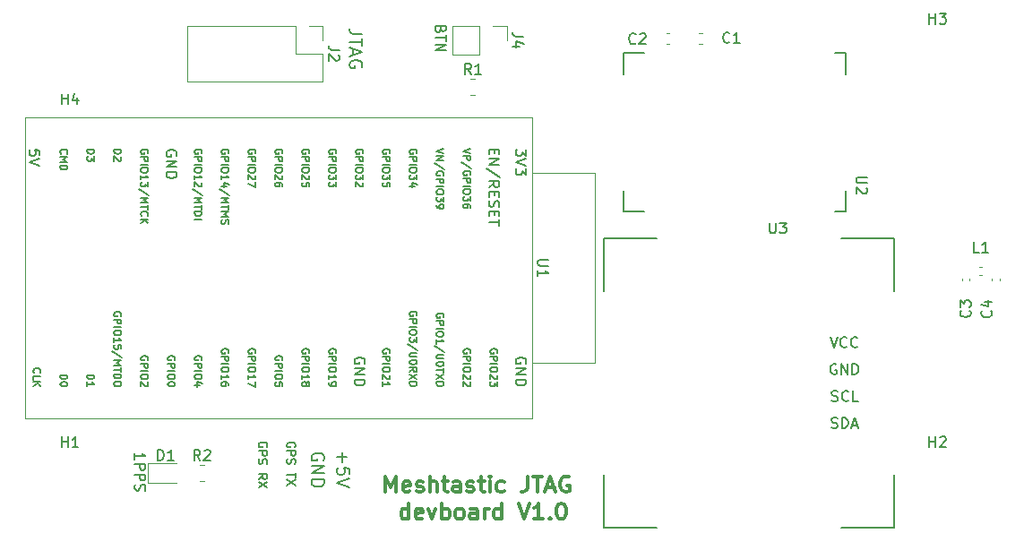
<source format=gto>
G04 #@! TF.GenerationSoftware,KiCad,Pcbnew,5.1.10*
G04 #@! TF.CreationDate,2021-12-29T16:53:06+01:00*
G04 #@! TF.ProjectId,meshtastic_jtag,6d657368-7461-4737-9469-635f6a746167,rev?*
G04 #@! TF.SameCoordinates,Original*
G04 #@! TF.FileFunction,Legend,Top*
G04 #@! TF.FilePolarity,Positive*
%FSLAX46Y46*%
G04 Gerber Fmt 4.6, Leading zero omitted, Abs format (unit mm)*
G04 Created by KiCad (PCBNEW 5.1.10) date 2021-12-29 16:53:06*
%MOMM*%
%LPD*%
G01*
G04 APERTURE LIST*
%ADD10C,0.300000*%
%ADD11C,0.150000*%
%ADD12C,0.200000*%
%ADD13C,0.120000*%
%ADD14C,1.700000*%
%ADD15R,1.524000X1.700000*%
%ADD16R,1.700000X1.700000*%
%ADD17O,1.200000X2.000000*%
%ADD18R,0.500000X1.800000*%
%ADD19C,3.200000*%
%ADD20O,1.700000X1.700000*%
G04 APERTURE END LIST*
D10*
X158850000Y-117903571D02*
X158850000Y-116403571D01*
X159350000Y-117475000D01*
X159850000Y-116403571D01*
X159850000Y-117903571D01*
X161135714Y-117832142D02*
X160992857Y-117903571D01*
X160707142Y-117903571D01*
X160564285Y-117832142D01*
X160492857Y-117689285D01*
X160492857Y-117117857D01*
X160564285Y-116975000D01*
X160707142Y-116903571D01*
X160992857Y-116903571D01*
X161135714Y-116975000D01*
X161207142Y-117117857D01*
X161207142Y-117260714D01*
X160492857Y-117403571D01*
X161778571Y-117832142D02*
X161921428Y-117903571D01*
X162207142Y-117903571D01*
X162350000Y-117832142D01*
X162421428Y-117689285D01*
X162421428Y-117617857D01*
X162350000Y-117475000D01*
X162207142Y-117403571D01*
X161992857Y-117403571D01*
X161850000Y-117332142D01*
X161778571Y-117189285D01*
X161778571Y-117117857D01*
X161850000Y-116975000D01*
X161992857Y-116903571D01*
X162207142Y-116903571D01*
X162350000Y-116975000D01*
X163064285Y-117903571D02*
X163064285Y-116403571D01*
X163707142Y-117903571D02*
X163707142Y-117117857D01*
X163635714Y-116975000D01*
X163492857Y-116903571D01*
X163278571Y-116903571D01*
X163135714Y-116975000D01*
X163064285Y-117046428D01*
X164207142Y-116903571D02*
X164778571Y-116903571D01*
X164421428Y-116403571D02*
X164421428Y-117689285D01*
X164492857Y-117832142D01*
X164635714Y-117903571D01*
X164778571Y-117903571D01*
X165921428Y-117903571D02*
X165921428Y-117117857D01*
X165850000Y-116975000D01*
X165707142Y-116903571D01*
X165421428Y-116903571D01*
X165278571Y-116975000D01*
X165921428Y-117832142D02*
X165778571Y-117903571D01*
X165421428Y-117903571D01*
X165278571Y-117832142D01*
X165207142Y-117689285D01*
X165207142Y-117546428D01*
X165278571Y-117403571D01*
X165421428Y-117332142D01*
X165778571Y-117332142D01*
X165921428Y-117260714D01*
X166564285Y-117832142D02*
X166707142Y-117903571D01*
X166992857Y-117903571D01*
X167135714Y-117832142D01*
X167207142Y-117689285D01*
X167207142Y-117617857D01*
X167135714Y-117475000D01*
X166992857Y-117403571D01*
X166778571Y-117403571D01*
X166635714Y-117332142D01*
X166564285Y-117189285D01*
X166564285Y-117117857D01*
X166635714Y-116975000D01*
X166778571Y-116903571D01*
X166992857Y-116903571D01*
X167135714Y-116975000D01*
X167635714Y-116903571D02*
X168207142Y-116903571D01*
X167850000Y-116403571D02*
X167850000Y-117689285D01*
X167921428Y-117832142D01*
X168064285Y-117903571D01*
X168207142Y-117903571D01*
X168707142Y-117903571D02*
X168707142Y-116903571D01*
X168707142Y-116403571D02*
X168635714Y-116475000D01*
X168707142Y-116546428D01*
X168778571Y-116475000D01*
X168707142Y-116403571D01*
X168707142Y-116546428D01*
X170064285Y-117832142D02*
X169921428Y-117903571D01*
X169635714Y-117903571D01*
X169492857Y-117832142D01*
X169421428Y-117760714D01*
X169350000Y-117617857D01*
X169350000Y-117189285D01*
X169421428Y-117046428D01*
X169492857Y-116975000D01*
X169635714Y-116903571D01*
X169921428Y-116903571D01*
X170064285Y-116975000D01*
X172278571Y-116403571D02*
X172278571Y-117475000D01*
X172207142Y-117689285D01*
X172064285Y-117832142D01*
X171850000Y-117903571D01*
X171707142Y-117903571D01*
X172778571Y-116403571D02*
X173635714Y-116403571D01*
X173207142Y-117903571D02*
X173207142Y-116403571D01*
X174064285Y-117475000D02*
X174778571Y-117475000D01*
X173921428Y-117903571D02*
X174421428Y-116403571D01*
X174921428Y-117903571D01*
X176207142Y-116475000D02*
X176064285Y-116403571D01*
X175850000Y-116403571D01*
X175635714Y-116475000D01*
X175492857Y-116617857D01*
X175421428Y-116760714D01*
X175350000Y-117046428D01*
X175350000Y-117260714D01*
X175421428Y-117546428D01*
X175492857Y-117689285D01*
X175635714Y-117832142D01*
X175850000Y-117903571D01*
X175992857Y-117903571D01*
X176207142Y-117832142D01*
X176278571Y-117760714D01*
X176278571Y-117260714D01*
X175992857Y-117260714D01*
X161028571Y-120453571D02*
X161028571Y-118953571D01*
X161028571Y-120382142D02*
X160885714Y-120453571D01*
X160600000Y-120453571D01*
X160457142Y-120382142D01*
X160385714Y-120310714D01*
X160314285Y-120167857D01*
X160314285Y-119739285D01*
X160385714Y-119596428D01*
X160457142Y-119525000D01*
X160600000Y-119453571D01*
X160885714Y-119453571D01*
X161028571Y-119525000D01*
X162314285Y-120382142D02*
X162171428Y-120453571D01*
X161885714Y-120453571D01*
X161742857Y-120382142D01*
X161671428Y-120239285D01*
X161671428Y-119667857D01*
X161742857Y-119525000D01*
X161885714Y-119453571D01*
X162171428Y-119453571D01*
X162314285Y-119525000D01*
X162385714Y-119667857D01*
X162385714Y-119810714D01*
X161671428Y-119953571D01*
X162885714Y-119453571D02*
X163242857Y-120453571D01*
X163600000Y-119453571D01*
X164171428Y-120453571D02*
X164171428Y-118953571D01*
X164171428Y-119525000D02*
X164314285Y-119453571D01*
X164600000Y-119453571D01*
X164742857Y-119525000D01*
X164814285Y-119596428D01*
X164885714Y-119739285D01*
X164885714Y-120167857D01*
X164814285Y-120310714D01*
X164742857Y-120382142D01*
X164600000Y-120453571D01*
X164314285Y-120453571D01*
X164171428Y-120382142D01*
X165742857Y-120453571D02*
X165600000Y-120382142D01*
X165528571Y-120310714D01*
X165457142Y-120167857D01*
X165457142Y-119739285D01*
X165528571Y-119596428D01*
X165600000Y-119525000D01*
X165742857Y-119453571D01*
X165957142Y-119453571D01*
X166100000Y-119525000D01*
X166171428Y-119596428D01*
X166242857Y-119739285D01*
X166242857Y-120167857D01*
X166171428Y-120310714D01*
X166100000Y-120382142D01*
X165957142Y-120453571D01*
X165742857Y-120453571D01*
X167528571Y-120453571D02*
X167528571Y-119667857D01*
X167457142Y-119525000D01*
X167314285Y-119453571D01*
X167028571Y-119453571D01*
X166885714Y-119525000D01*
X167528571Y-120382142D02*
X167385714Y-120453571D01*
X167028571Y-120453571D01*
X166885714Y-120382142D01*
X166814285Y-120239285D01*
X166814285Y-120096428D01*
X166885714Y-119953571D01*
X167028571Y-119882142D01*
X167385714Y-119882142D01*
X167528571Y-119810714D01*
X168242857Y-120453571D02*
X168242857Y-119453571D01*
X168242857Y-119739285D02*
X168314285Y-119596428D01*
X168385714Y-119525000D01*
X168528571Y-119453571D01*
X168671428Y-119453571D01*
X169814285Y-120453571D02*
X169814285Y-118953571D01*
X169814285Y-120382142D02*
X169671428Y-120453571D01*
X169385714Y-120453571D01*
X169242857Y-120382142D01*
X169171428Y-120310714D01*
X169100000Y-120167857D01*
X169100000Y-119739285D01*
X169171428Y-119596428D01*
X169242857Y-119525000D01*
X169385714Y-119453571D01*
X169671428Y-119453571D01*
X169814285Y-119525000D01*
X171457142Y-118953571D02*
X171957142Y-120453571D01*
X172457142Y-118953571D01*
X173742857Y-120453571D02*
X172885714Y-120453571D01*
X173314285Y-120453571D02*
X173314285Y-118953571D01*
X173171428Y-119167857D01*
X173028571Y-119310714D01*
X172885714Y-119382142D01*
X174385714Y-120310714D02*
X174457142Y-120382142D01*
X174385714Y-120453571D01*
X174314285Y-120382142D01*
X174385714Y-120310714D01*
X174385714Y-120453571D01*
X175385714Y-118953571D02*
X175528571Y-118953571D01*
X175671428Y-119025000D01*
X175742857Y-119096428D01*
X175814285Y-119239285D01*
X175885714Y-119525000D01*
X175885714Y-119882142D01*
X175814285Y-120167857D01*
X175742857Y-120310714D01*
X175671428Y-120382142D01*
X175528571Y-120453571D01*
X175385714Y-120453571D01*
X175242857Y-120382142D01*
X175171428Y-120310714D01*
X175100000Y-120167857D01*
X175028571Y-119882142D01*
X175028571Y-119525000D01*
X175100000Y-119239285D01*
X175171428Y-119096428D01*
X175242857Y-119025000D01*
X175385714Y-118953571D01*
D11*
X135147619Y-114809523D02*
X135147619Y-114238095D01*
X135147619Y-114523809D02*
X136147619Y-114523809D01*
X136004761Y-114428571D01*
X135909523Y-114333333D01*
X135861904Y-114238095D01*
X135147619Y-115238095D02*
X136147619Y-115238095D01*
X136147619Y-115619047D01*
X136100000Y-115714285D01*
X136052380Y-115761904D01*
X135957142Y-115809523D01*
X135814285Y-115809523D01*
X135719047Y-115761904D01*
X135671428Y-115714285D01*
X135623809Y-115619047D01*
X135623809Y-115238095D01*
X135147619Y-116238095D02*
X136147619Y-116238095D01*
X136147619Y-116619047D01*
X136100000Y-116714285D01*
X136052380Y-116761904D01*
X135957142Y-116809523D01*
X135814285Y-116809523D01*
X135719047Y-116761904D01*
X135671428Y-116714285D01*
X135623809Y-116619047D01*
X135623809Y-116238095D01*
X135195238Y-117190476D02*
X135147619Y-117333333D01*
X135147619Y-117571428D01*
X135195238Y-117666666D01*
X135242857Y-117714285D01*
X135338095Y-117761904D01*
X135433333Y-117761904D01*
X135528571Y-117714285D01*
X135576190Y-117666666D01*
X135623809Y-117571428D01*
X135671428Y-117380952D01*
X135719047Y-117285714D01*
X135766666Y-117238095D01*
X135861904Y-117190476D01*
X135957142Y-117190476D01*
X136052380Y-117238095D01*
X136100000Y-117285714D01*
X136147619Y-117380952D01*
X136147619Y-117619047D01*
X136100000Y-117761904D01*
X147600000Y-113642857D02*
X147638095Y-113566666D01*
X147638095Y-113452380D01*
X147600000Y-113338095D01*
X147523809Y-113261904D01*
X147447619Y-113223809D01*
X147295238Y-113185714D01*
X147180952Y-113185714D01*
X147028571Y-113223809D01*
X146952380Y-113261904D01*
X146876190Y-113338095D01*
X146838095Y-113452380D01*
X146838095Y-113528571D01*
X146876190Y-113642857D01*
X146914285Y-113680952D01*
X147180952Y-113680952D01*
X147180952Y-113528571D01*
X146838095Y-114023809D02*
X147638095Y-114023809D01*
X147638095Y-114328571D01*
X147600000Y-114404761D01*
X147561904Y-114442857D01*
X147485714Y-114480952D01*
X147371428Y-114480952D01*
X147295238Y-114442857D01*
X147257142Y-114404761D01*
X147219047Y-114328571D01*
X147219047Y-114023809D01*
X146876190Y-114785714D02*
X146838095Y-114900000D01*
X146838095Y-115090476D01*
X146876190Y-115166666D01*
X146914285Y-115204761D01*
X146990476Y-115242857D01*
X147066666Y-115242857D01*
X147142857Y-115204761D01*
X147180952Y-115166666D01*
X147219047Y-115090476D01*
X147257142Y-114938095D01*
X147295238Y-114861904D01*
X147333333Y-114823809D01*
X147409523Y-114785714D01*
X147485714Y-114785714D01*
X147561904Y-114823809D01*
X147600000Y-114861904D01*
X147638095Y-114938095D01*
X147638095Y-115128571D01*
X147600000Y-115242857D01*
X146838095Y-116652380D02*
X147219047Y-116385714D01*
X146838095Y-116195238D02*
X147638095Y-116195238D01*
X147638095Y-116500000D01*
X147600000Y-116576190D01*
X147561904Y-116614285D01*
X147485714Y-116652380D01*
X147371428Y-116652380D01*
X147295238Y-116614285D01*
X147257142Y-116576190D01*
X147219047Y-116500000D01*
X147219047Y-116195238D01*
X147638095Y-116919047D02*
X146838095Y-117452380D01*
X147638095Y-117452380D02*
X146838095Y-116919047D01*
D12*
X156657142Y-74600000D02*
X155800000Y-74600000D01*
X155628571Y-74542857D01*
X155514285Y-74428571D01*
X155457142Y-74257142D01*
X155457142Y-74142857D01*
X156657142Y-75000000D02*
X156657142Y-75685714D01*
X155457142Y-75342857D02*
X156657142Y-75342857D01*
X155800000Y-76028571D02*
X155800000Y-76600000D01*
X155457142Y-75914285D02*
X156657142Y-76314285D01*
X155457142Y-76714285D01*
X156600000Y-77742857D02*
X156657142Y-77628571D01*
X156657142Y-77457142D01*
X156600000Y-77285714D01*
X156485714Y-77171428D01*
X156371428Y-77114285D01*
X156142857Y-77057142D01*
X155971428Y-77057142D01*
X155742857Y-77114285D01*
X155628571Y-77171428D01*
X155514285Y-77285714D01*
X155457142Y-77457142D01*
X155457142Y-77571428D01*
X155514285Y-77742857D01*
X155571428Y-77800000D01*
X155971428Y-77800000D01*
X155971428Y-77571428D01*
D11*
X164071428Y-74166666D02*
X164023809Y-74309523D01*
X163976190Y-74357142D01*
X163880952Y-74404761D01*
X163738095Y-74404761D01*
X163642857Y-74357142D01*
X163595238Y-74309523D01*
X163547619Y-74214285D01*
X163547619Y-73833333D01*
X164547619Y-73833333D01*
X164547619Y-74166666D01*
X164500000Y-74261904D01*
X164452380Y-74309523D01*
X164357142Y-74357142D01*
X164261904Y-74357142D01*
X164166666Y-74309523D01*
X164119047Y-74261904D01*
X164071428Y-74166666D01*
X164071428Y-73833333D01*
X164547619Y-74690476D02*
X164547619Y-75261904D01*
X163547619Y-74976190D02*
X164547619Y-74976190D01*
X163547619Y-75595238D02*
X164547619Y-75595238D01*
X163547619Y-76166666D01*
X164547619Y-76166666D01*
X150300000Y-113638095D02*
X150338095Y-113561904D01*
X150338095Y-113447619D01*
X150300000Y-113333333D01*
X150223809Y-113257142D01*
X150147619Y-113219047D01*
X149995238Y-113180952D01*
X149880952Y-113180952D01*
X149728571Y-113219047D01*
X149652380Y-113257142D01*
X149576190Y-113333333D01*
X149538095Y-113447619D01*
X149538095Y-113523809D01*
X149576190Y-113638095D01*
X149614285Y-113676190D01*
X149880952Y-113676190D01*
X149880952Y-113523809D01*
X149538095Y-114019047D02*
X150338095Y-114019047D01*
X150338095Y-114323809D01*
X150300000Y-114400000D01*
X150261904Y-114438095D01*
X150185714Y-114476190D01*
X150071428Y-114476190D01*
X149995238Y-114438095D01*
X149957142Y-114400000D01*
X149919047Y-114323809D01*
X149919047Y-114019047D01*
X149576190Y-114780952D02*
X149538095Y-114895238D01*
X149538095Y-115085714D01*
X149576190Y-115161904D01*
X149614285Y-115200000D01*
X149690476Y-115238095D01*
X149766666Y-115238095D01*
X149842857Y-115200000D01*
X149880952Y-115161904D01*
X149919047Y-115085714D01*
X149957142Y-114933333D01*
X149995238Y-114857142D01*
X150033333Y-114819047D01*
X150109523Y-114780952D01*
X150185714Y-114780952D01*
X150261904Y-114819047D01*
X150300000Y-114857142D01*
X150338095Y-114933333D01*
X150338095Y-115123809D01*
X150300000Y-115238095D01*
X150338095Y-116076190D02*
X150338095Y-116533333D01*
X149538095Y-116304761D02*
X150338095Y-116304761D01*
X150338095Y-116723809D02*
X149538095Y-117257142D01*
X150338095Y-117257142D02*
X149538095Y-116723809D01*
D12*
X154714285Y-114157142D02*
X154714285Y-115071428D01*
X154257142Y-114614285D02*
X155171428Y-114614285D01*
X155457142Y-116214285D02*
X155457142Y-115642857D01*
X154885714Y-115585714D01*
X154942857Y-115642857D01*
X155000000Y-115757142D01*
X155000000Y-116042857D01*
X154942857Y-116157142D01*
X154885714Y-116214285D01*
X154771428Y-116271428D01*
X154485714Y-116271428D01*
X154371428Y-116214285D01*
X154314285Y-116157142D01*
X154257142Y-116042857D01*
X154257142Y-115757142D01*
X154314285Y-115642857D01*
X154371428Y-115585714D01*
X155457142Y-116614285D02*
X154257142Y-117014285D01*
X155457142Y-117414285D01*
X153000000Y-114885714D02*
X153057142Y-114771428D01*
X153057142Y-114600000D01*
X153000000Y-114428571D01*
X152885714Y-114314285D01*
X152771428Y-114257142D01*
X152542857Y-114200000D01*
X152371428Y-114200000D01*
X152142857Y-114257142D01*
X152028571Y-114314285D01*
X151914285Y-114428571D01*
X151857142Y-114600000D01*
X151857142Y-114714285D01*
X151914285Y-114885714D01*
X151971428Y-114942857D01*
X152371428Y-114942857D01*
X152371428Y-114714285D01*
X151857142Y-115457142D02*
X153057142Y-115457142D01*
X151857142Y-116142857D01*
X153057142Y-116142857D01*
X151857142Y-116714285D02*
X153057142Y-116714285D01*
X153057142Y-117000000D01*
X153000000Y-117171428D01*
X152885714Y-117285714D01*
X152771428Y-117342857D01*
X152542857Y-117400000D01*
X152371428Y-117400000D01*
X152142857Y-117342857D01*
X152028571Y-117285714D01*
X151914285Y-117171428D01*
X151857142Y-117000000D01*
X151857142Y-116714285D01*
X206900000Y-93900000D02*
X206900000Y-98900000D01*
X206900000Y-93900000D02*
X201900000Y-93900000D01*
X206900000Y-121300000D02*
X206900000Y-116300000D01*
X206900000Y-121300000D02*
X201900000Y-121300000D01*
X179500000Y-121300000D02*
X184500000Y-121300000D01*
X179500000Y-121300000D02*
X179500000Y-116300000D01*
X179500000Y-93900000D02*
X179500000Y-98900000D01*
X179500000Y-93900000D02*
X184500000Y-93900000D01*
D13*
X166872936Y-78865000D02*
X167327064Y-78865000D01*
X166872936Y-80335000D02*
X167327064Y-80335000D01*
X141272936Y-115365000D02*
X141727064Y-115365000D01*
X141272936Y-116835000D02*
X141727064Y-116835000D01*
X139062500Y-115140000D02*
X136377500Y-115140000D01*
X136377500Y-115140000D02*
X136377500Y-117060000D01*
X136377500Y-117060000D02*
X139062500Y-117060000D01*
X124777280Y-82503680D02*
X124777280Y-110903679D01*
X124777280Y-110903679D02*
X172697280Y-110903680D01*
X172697280Y-110903680D02*
X172697280Y-82503681D01*
X172697280Y-82503681D02*
X124777280Y-82503680D01*
X172717600Y-87733800D02*
X178610400Y-87733800D01*
X178610400Y-87733800D02*
X178610400Y-105717000D01*
X178610400Y-105717000D02*
X172717600Y-105717000D01*
D12*
X181300000Y-76400000D02*
X183300000Y-76400000D01*
X183300000Y-76400000D02*
X181300000Y-76400000D01*
X181300000Y-76400000D02*
X181300000Y-78400000D01*
X181300000Y-91400000D02*
X181300000Y-89400000D01*
X181300000Y-91400000D02*
X183300000Y-91400000D01*
X201300000Y-76400000D02*
X202300000Y-76400000D01*
X202300000Y-76400000D02*
X202300000Y-78400000D01*
X201300000Y-91400000D02*
X202300000Y-91400000D01*
X202300000Y-91400000D02*
X202300000Y-89400000D01*
D13*
X152930000Y-73870000D02*
X152930000Y-75200000D01*
X151600000Y-73870000D02*
X152930000Y-73870000D01*
X152930000Y-76470000D02*
X152930000Y-79070000D01*
X150330000Y-76470000D02*
X152930000Y-76470000D01*
X150330000Y-73870000D02*
X150330000Y-76470000D01*
X152930000Y-79070000D02*
X140110000Y-79070000D01*
X150330000Y-73870000D02*
X140110000Y-73870000D01*
X140110000Y-73870000D02*
X140110000Y-79070000D01*
X170330000Y-73870000D02*
X170330000Y-75200000D01*
X169000000Y-73870000D02*
X170330000Y-73870000D01*
X167730000Y-73870000D02*
X167730000Y-76530000D01*
X167730000Y-76530000D02*
X165130000Y-76530000D01*
X167730000Y-73870000D02*
X165130000Y-73870000D01*
X165130000Y-73870000D02*
X165130000Y-76530000D01*
X185665580Y-74490000D02*
X185384420Y-74490000D01*
X185665580Y-75510000D02*
X185384420Y-75510000D01*
X188484420Y-75510000D02*
X188765580Y-75510000D01*
X188484420Y-74490000D02*
X188765580Y-74490000D01*
X214992164Y-97360000D02*
X215207836Y-97360000D01*
X214992164Y-96640000D02*
X215207836Y-96640000D01*
X216140000Y-97712164D02*
X216140000Y-97927836D01*
X216860000Y-97712164D02*
X216860000Y-97927836D01*
X213340000Y-97692164D02*
X213340000Y-97907836D01*
X214060000Y-97692164D02*
X214060000Y-97907836D01*
D12*
X195138095Y-92452380D02*
X195138095Y-93261904D01*
X195185714Y-93357142D01*
X195233333Y-93404761D01*
X195328571Y-93452380D01*
X195519047Y-93452380D01*
X195614285Y-93404761D01*
X195661904Y-93357142D01*
X195709523Y-93261904D01*
X195709523Y-92452380D01*
X196090476Y-92452380D02*
X196709523Y-92452380D01*
X196376190Y-92833333D01*
X196519047Y-92833333D01*
X196614285Y-92880952D01*
X196661904Y-92928571D01*
X196709523Y-93023809D01*
X196709523Y-93261904D01*
X196661904Y-93357142D01*
X196614285Y-93404761D01*
X196519047Y-93452380D01*
X196233333Y-93452380D01*
X196138095Y-93404761D01*
X196090476Y-93357142D01*
X200985714Y-111814761D02*
X201128571Y-111862380D01*
X201366666Y-111862380D01*
X201461904Y-111814761D01*
X201509523Y-111767142D01*
X201557142Y-111671904D01*
X201557142Y-111576666D01*
X201509523Y-111481428D01*
X201461904Y-111433809D01*
X201366666Y-111386190D01*
X201176190Y-111338571D01*
X201080952Y-111290952D01*
X201033333Y-111243333D01*
X200985714Y-111148095D01*
X200985714Y-111052857D01*
X201033333Y-110957619D01*
X201080952Y-110910000D01*
X201176190Y-110862380D01*
X201414285Y-110862380D01*
X201557142Y-110910000D01*
X201985714Y-111862380D02*
X201985714Y-110862380D01*
X202223809Y-110862380D01*
X202366666Y-110910000D01*
X202461904Y-111005238D01*
X202509523Y-111100476D01*
X202557142Y-111290952D01*
X202557142Y-111433809D01*
X202509523Y-111624285D01*
X202461904Y-111719523D01*
X202366666Y-111814761D01*
X202223809Y-111862380D01*
X201985714Y-111862380D01*
X202938095Y-111576666D02*
X203414285Y-111576666D01*
X202842857Y-111862380D02*
X203176190Y-110862380D01*
X203509523Y-111862380D01*
X201009523Y-109274761D02*
X201152380Y-109322380D01*
X201390476Y-109322380D01*
X201485714Y-109274761D01*
X201533333Y-109227142D01*
X201580952Y-109131904D01*
X201580952Y-109036666D01*
X201533333Y-108941428D01*
X201485714Y-108893809D01*
X201390476Y-108846190D01*
X201200000Y-108798571D01*
X201104761Y-108750952D01*
X201057142Y-108703333D01*
X201009523Y-108608095D01*
X201009523Y-108512857D01*
X201057142Y-108417619D01*
X201104761Y-108370000D01*
X201200000Y-108322380D01*
X201438095Y-108322380D01*
X201580952Y-108370000D01*
X202580952Y-109227142D02*
X202533333Y-109274761D01*
X202390476Y-109322380D01*
X202295238Y-109322380D01*
X202152380Y-109274761D01*
X202057142Y-109179523D01*
X202009523Y-109084285D01*
X201961904Y-108893809D01*
X201961904Y-108750952D01*
X202009523Y-108560476D01*
X202057142Y-108465238D01*
X202152380Y-108370000D01*
X202295238Y-108322380D01*
X202390476Y-108322380D01*
X202533333Y-108370000D01*
X202580952Y-108417619D01*
X203485714Y-109322380D02*
X203009523Y-109322380D01*
X203009523Y-108322380D01*
X201438095Y-105830000D02*
X201342857Y-105782380D01*
X201200000Y-105782380D01*
X201057142Y-105830000D01*
X200961904Y-105925238D01*
X200914285Y-106020476D01*
X200866666Y-106210952D01*
X200866666Y-106353809D01*
X200914285Y-106544285D01*
X200961904Y-106639523D01*
X201057142Y-106734761D01*
X201200000Y-106782380D01*
X201295238Y-106782380D01*
X201438095Y-106734761D01*
X201485714Y-106687142D01*
X201485714Y-106353809D01*
X201295238Y-106353809D01*
X201914285Y-106782380D02*
X201914285Y-105782380D01*
X202485714Y-106782380D01*
X202485714Y-105782380D01*
X202961904Y-106782380D02*
X202961904Y-105782380D01*
X203200000Y-105782380D01*
X203342857Y-105830000D01*
X203438095Y-105925238D01*
X203485714Y-106020476D01*
X203533333Y-106210952D01*
X203533333Y-106353809D01*
X203485714Y-106544285D01*
X203438095Y-106639523D01*
X203342857Y-106734761D01*
X203200000Y-106782380D01*
X202961904Y-106782380D01*
X200866666Y-103252380D02*
X201200000Y-104252380D01*
X201533333Y-103252380D01*
X202438095Y-104157142D02*
X202390476Y-104204761D01*
X202247619Y-104252380D01*
X202152380Y-104252380D01*
X202009523Y-104204761D01*
X201914285Y-104109523D01*
X201866666Y-104014285D01*
X201819047Y-103823809D01*
X201819047Y-103680952D01*
X201866666Y-103490476D01*
X201914285Y-103395238D01*
X202009523Y-103300000D01*
X202152380Y-103252380D01*
X202247619Y-103252380D01*
X202390476Y-103300000D01*
X202438095Y-103347619D01*
X203438095Y-104157142D02*
X203390476Y-104204761D01*
X203247619Y-104252380D01*
X203152380Y-104252380D01*
X203009523Y-104204761D01*
X202914285Y-104109523D01*
X202866666Y-104014285D01*
X202819047Y-103823809D01*
X202819047Y-103680952D01*
X202866666Y-103490476D01*
X202914285Y-103395238D01*
X203009523Y-103300000D01*
X203152380Y-103252380D01*
X203247619Y-103252380D01*
X203390476Y-103300000D01*
X203438095Y-103347619D01*
D11*
X166933333Y-78402380D02*
X166600000Y-77926190D01*
X166361904Y-78402380D02*
X166361904Y-77402380D01*
X166742857Y-77402380D01*
X166838095Y-77450000D01*
X166885714Y-77497619D01*
X166933333Y-77592857D01*
X166933333Y-77735714D01*
X166885714Y-77830952D01*
X166838095Y-77878571D01*
X166742857Y-77926190D01*
X166361904Y-77926190D01*
X167885714Y-78402380D02*
X167314285Y-78402380D01*
X167600000Y-78402380D02*
X167600000Y-77402380D01*
X167504761Y-77545238D01*
X167409523Y-77640476D01*
X167314285Y-77688095D01*
X141333333Y-114902380D02*
X141000000Y-114426190D01*
X140761904Y-114902380D02*
X140761904Y-113902380D01*
X141142857Y-113902380D01*
X141238095Y-113950000D01*
X141285714Y-113997619D01*
X141333333Y-114092857D01*
X141333333Y-114235714D01*
X141285714Y-114330952D01*
X141238095Y-114378571D01*
X141142857Y-114426190D01*
X140761904Y-114426190D01*
X141714285Y-113997619D02*
X141761904Y-113950000D01*
X141857142Y-113902380D01*
X142095238Y-113902380D01*
X142190476Y-113950000D01*
X142238095Y-113997619D01*
X142285714Y-114092857D01*
X142285714Y-114188095D01*
X142238095Y-114330952D01*
X141666666Y-114902380D01*
X142285714Y-114902380D01*
X137324404Y-114902380D02*
X137324404Y-113902380D01*
X137562500Y-113902380D01*
X137705357Y-113950000D01*
X137800595Y-114045238D01*
X137848214Y-114140476D01*
X137895833Y-114330952D01*
X137895833Y-114473809D01*
X137848214Y-114664285D01*
X137800595Y-114759523D01*
X137705357Y-114854761D01*
X137562500Y-114902380D01*
X137324404Y-114902380D01*
X138848214Y-114902380D02*
X138276785Y-114902380D01*
X138562500Y-114902380D02*
X138562500Y-113902380D01*
X138467261Y-114045238D01*
X138372023Y-114140476D01*
X138276785Y-114188095D01*
X174244899Y-95941775D02*
X173435375Y-95941775D01*
X173340137Y-95989394D01*
X173292518Y-96037013D01*
X173244899Y-96132251D01*
X173244899Y-96322727D01*
X173292518Y-96417965D01*
X173340137Y-96465584D01*
X173435375Y-96513203D01*
X174244899Y-96513203D01*
X173244899Y-97513203D02*
X173244899Y-96941775D01*
X173244899Y-97227489D02*
X174244899Y-97227489D01*
X174102041Y-97132251D01*
X174006803Y-97037013D01*
X173959184Y-96941775D01*
X172097280Y-105750465D02*
X172144899Y-105655227D01*
X172144899Y-105512370D01*
X172097280Y-105369513D01*
X172002041Y-105274275D01*
X171906803Y-105226656D01*
X171716327Y-105179037D01*
X171573470Y-105179037D01*
X171382994Y-105226656D01*
X171287756Y-105274275D01*
X171192518Y-105369513D01*
X171144899Y-105512370D01*
X171144899Y-105607608D01*
X171192518Y-105750465D01*
X171240137Y-105798084D01*
X171573470Y-105798084D01*
X171573470Y-105607608D01*
X171144899Y-106226656D02*
X172144899Y-106226656D01*
X171144899Y-106798084D01*
X172144899Y-106798084D01*
X171144899Y-107274275D02*
X172144899Y-107274275D01*
X172144899Y-107512370D01*
X172097280Y-107655227D01*
X172002041Y-107750465D01*
X171906803Y-107798084D01*
X171716327Y-107845703D01*
X171573470Y-107845703D01*
X171382994Y-107798084D01*
X171287756Y-107750465D01*
X171192518Y-107655227D01*
X171144899Y-107512370D01*
X171144899Y-107274275D01*
X169407280Y-104769513D02*
X169440613Y-104702846D01*
X169440613Y-104602846D01*
X169407280Y-104502846D01*
X169340613Y-104436180D01*
X169273946Y-104402846D01*
X169140613Y-104369513D01*
X169040613Y-104369513D01*
X168907280Y-104402846D01*
X168840613Y-104436180D01*
X168773946Y-104502846D01*
X168740613Y-104602846D01*
X168740613Y-104669513D01*
X168773946Y-104769513D01*
X168807280Y-104802846D01*
X169040613Y-104802846D01*
X169040613Y-104669513D01*
X168740613Y-105102846D02*
X169440613Y-105102846D01*
X169440613Y-105369513D01*
X169407280Y-105436180D01*
X169373946Y-105469513D01*
X169307280Y-105502846D01*
X169207280Y-105502846D01*
X169140613Y-105469513D01*
X169107280Y-105436180D01*
X169073946Y-105369513D01*
X169073946Y-105102846D01*
X168740613Y-105802846D02*
X169440613Y-105802846D01*
X169440613Y-106269513D02*
X169440613Y-106402846D01*
X169407280Y-106469513D01*
X169340613Y-106536180D01*
X169207280Y-106569513D01*
X168973946Y-106569513D01*
X168840613Y-106536180D01*
X168773946Y-106469513D01*
X168740613Y-106402846D01*
X168740613Y-106269513D01*
X168773946Y-106202846D01*
X168840613Y-106136180D01*
X168973946Y-106102846D01*
X169207280Y-106102846D01*
X169340613Y-106136180D01*
X169407280Y-106202846D01*
X169440613Y-106269513D01*
X169373946Y-106836180D02*
X169407280Y-106869513D01*
X169440613Y-106936180D01*
X169440613Y-107102846D01*
X169407280Y-107169513D01*
X169373946Y-107202846D01*
X169307280Y-107236180D01*
X169240613Y-107236180D01*
X169140613Y-107202846D01*
X168740613Y-106802846D01*
X168740613Y-107236180D01*
X169440613Y-107469513D02*
X169440613Y-107902846D01*
X169173946Y-107669513D01*
X169173946Y-107769513D01*
X169140613Y-107836180D01*
X169107280Y-107869513D01*
X169040613Y-107902846D01*
X168873946Y-107902846D01*
X168807280Y-107869513D01*
X168773946Y-107836180D01*
X168740613Y-107769513D01*
X168740613Y-107569513D01*
X168773946Y-107502846D01*
X168807280Y-107469513D01*
X149087280Y-105436180D02*
X149120613Y-105369513D01*
X149120613Y-105269513D01*
X149087280Y-105169513D01*
X149020613Y-105102846D01*
X148953946Y-105069513D01*
X148820613Y-105036180D01*
X148720613Y-105036180D01*
X148587280Y-105069513D01*
X148520613Y-105102846D01*
X148453946Y-105169513D01*
X148420613Y-105269513D01*
X148420613Y-105336180D01*
X148453946Y-105436180D01*
X148487280Y-105469513D01*
X148720613Y-105469513D01*
X148720613Y-105336180D01*
X148420613Y-105769513D02*
X149120613Y-105769513D01*
X149120613Y-106036180D01*
X149087280Y-106102846D01*
X149053946Y-106136180D01*
X148987280Y-106169513D01*
X148887280Y-106169513D01*
X148820613Y-106136180D01*
X148787280Y-106102846D01*
X148753946Y-106036180D01*
X148753946Y-105769513D01*
X148420613Y-106469513D02*
X149120613Y-106469513D01*
X149120613Y-106936180D02*
X149120613Y-107069513D01*
X149087280Y-107136180D01*
X149020613Y-107202846D01*
X148887280Y-107236180D01*
X148653946Y-107236180D01*
X148520613Y-107202846D01*
X148453946Y-107136180D01*
X148420613Y-107069513D01*
X148420613Y-106936180D01*
X148453946Y-106869513D01*
X148520613Y-106802846D01*
X148653946Y-106769513D01*
X148887280Y-106769513D01*
X149020613Y-106802846D01*
X149087280Y-106869513D01*
X149120613Y-106936180D01*
X149120613Y-107869513D02*
X149120613Y-107536180D01*
X148787280Y-107502846D01*
X148820613Y-107536180D01*
X148853946Y-107602846D01*
X148853946Y-107769513D01*
X148820613Y-107836180D01*
X148787280Y-107869513D01*
X148720613Y-107902846D01*
X148553946Y-107902846D01*
X148487280Y-107869513D01*
X148453946Y-107836180D01*
X148420613Y-107769513D01*
X148420613Y-107602846D01*
X148453946Y-107536180D01*
X148487280Y-107502846D01*
X128100613Y-106836180D02*
X128800613Y-106836180D01*
X128800613Y-107002846D01*
X128767280Y-107102846D01*
X128700613Y-107169513D01*
X128633946Y-107202846D01*
X128500613Y-107236180D01*
X128400613Y-107236180D01*
X128267280Y-107202846D01*
X128200613Y-107169513D01*
X128133946Y-107102846D01*
X128100613Y-107002846D01*
X128100613Y-106836180D01*
X128800613Y-107669513D02*
X128800613Y-107736180D01*
X128767280Y-107802846D01*
X128733946Y-107836180D01*
X128667280Y-107869513D01*
X128533946Y-107902846D01*
X128367280Y-107902846D01*
X128233946Y-107869513D01*
X128167280Y-107836180D01*
X128133946Y-107802846D01*
X128100613Y-107736180D01*
X128100613Y-107669513D01*
X128133946Y-107602846D01*
X128167280Y-107569513D01*
X128233946Y-107536180D01*
X128367280Y-107502846D01*
X128533946Y-107502846D01*
X128667280Y-107536180D01*
X128733946Y-107569513D01*
X128767280Y-107602846D01*
X128800613Y-107669513D01*
X126173619Y-86081785D02*
X126173619Y-85605595D01*
X125697428Y-85557976D01*
X125745047Y-85605595D01*
X125792666Y-85700833D01*
X125792666Y-85938928D01*
X125745047Y-86034166D01*
X125697428Y-86081785D01*
X125602190Y-86129404D01*
X125364095Y-86129404D01*
X125268857Y-86081785D01*
X125221238Y-86034166D01*
X125173619Y-85938928D01*
X125173619Y-85700833D01*
X125221238Y-85605595D01*
X125268857Y-85557976D01*
X126173619Y-86415119D02*
X125173619Y-86748452D01*
X126173619Y-87081785D01*
X159247280Y-104769513D02*
X159280613Y-104702846D01*
X159280613Y-104602846D01*
X159247280Y-104502846D01*
X159180613Y-104436180D01*
X159113946Y-104402846D01*
X158980613Y-104369513D01*
X158880613Y-104369513D01*
X158747280Y-104402846D01*
X158680613Y-104436180D01*
X158613946Y-104502846D01*
X158580613Y-104602846D01*
X158580613Y-104669513D01*
X158613946Y-104769513D01*
X158647280Y-104802846D01*
X158880613Y-104802846D01*
X158880613Y-104669513D01*
X158580613Y-105102846D02*
X159280613Y-105102846D01*
X159280613Y-105369513D01*
X159247280Y-105436180D01*
X159213946Y-105469513D01*
X159147280Y-105502846D01*
X159047280Y-105502846D01*
X158980613Y-105469513D01*
X158947280Y-105436180D01*
X158913946Y-105369513D01*
X158913946Y-105102846D01*
X158580613Y-105802846D02*
X159280613Y-105802846D01*
X159280613Y-106269513D02*
X159280613Y-106402846D01*
X159247280Y-106469513D01*
X159180613Y-106536180D01*
X159047280Y-106569513D01*
X158813946Y-106569513D01*
X158680613Y-106536180D01*
X158613946Y-106469513D01*
X158580613Y-106402846D01*
X158580613Y-106269513D01*
X158613946Y-106202846D01*
X158680613Y-106136180D01*
X158813946Y-106102846D01*
X159047280Y-106102846D01*
X159180613Y-106136180D01*
X159247280Y-106202846D01*
X159280613Y-106269513D01*
X159213946Y-106836180D02*
X159247280Y-106869513D01*
X159280613Y-106936180D01*
X159280613Y-107102846D01*
X159247280Y-107169513D01*
X159213946Y-107202846D01*
X159147280Y-107236180D01*
X159080613Y-107236180D01*
X158980613Y-107202846D01*
X158580613Y-106802846D01*
X158580613Y-107236180D01*
X158580613Y-107902846D02*
X158580613Y-107502846D01*
X158580613Y-107702846D02*
X159280613Y-107702846D01*
X159180613Y-107636180D01*
X159113946Y-107569513D01*
X159080613Y-107502846D01*
X130640613Y-106836180D02*
X131340613Y-106836180D01*
X131340613Y-107002846D01*
X131307280Y-107102846D01*
X131240613Y-107169513D01*
X131173946Y-107202846D01*
X131040613Y-107236180D01*
X130940613Y-107236180D01*
X130807280Y-107202846D01*
X130740613Y-107169513D01*
X130673946Y-107102846D01*
X130640613Y-107002846D01*
X130640613Y-106836180D01*
X130640613Y-107902846D02*
X130640613Y-107502846D01*
X130640613Y-107702846D02*
X131340613Y-107702846D01*
X131240613Y-107636180D01*
X131173946Y-107569513D01*
X131140613Y-107502846D01*
X141467280Y-85904513D02*
X141500613Y-85837846D01*
X141500613Y-85737846D01*
X141467280Y-85637846D01*
X141400613Y-85571180D01*
X141333946Y-85537846D01*
X141200613Y-85504513D01*
X141100613Y-85504513D01*
X140967280Y-85537846D01*
X140900613Y-85571180D01*
X140833946Y-85637846D01*
X140800613Y-85737846D01*
X140800613Y-85804513D01*
X140833946Y-85904513D01*
X140867280Y-85937846D01*
X141100613Y-85937846D01*
X141100613Y-85804513D01*
X140800613Y-86237846D02*
X141500613Y-86237846D01*
X141500613Y-86504513D01*
X141467280Y-86571180D01*
X141433946Y-86604513D01*
X141367280Y-86637846D01*
X141267280Y-86637846D01*
X141200613Y-86604513D01*
X141167280Y-86571180D01*
X141133946Y-86504513D01*
X141133946Y-86237846D01*
X140800613Y-86937846D02*
X141500613Y-86937846D01*
X141500613Y-87404513D02*
X141500613Y-87537846D01*
X141467280Y-87604513D01*
X141400613Y-87671180D01*
X141267280Y-87704513D01*
X141033946Y-87704513D01*
X140900613Y-87671180D01*
X140833946Y-87604513D01*
X140800613Y-87537846D01*
X140800613Y-87404513D01*
X140833946Y-87337846D01*
X140900613Y-87271180D01*
X141033946Y-87237846D01*
X141267280Y-87237846D01*
X141400613Y-87271180D01*
X141467280Y-87337846D01*
X141500613Y-87404513D01*
X140800613Y-88371180D02*
X140800613Y-87971180D01*
X140800613Y-88171180D02*
X141500613Y-88171180D01*
X141400613Y-88104513D01*
X141333946Y-88037846D01*
X141300613Y-87971180D01*
X141433946Y-88637846D02*
X141467280Y-88671180D01*
X141500613Y-88737846D01*
X141500613Y-88904513D01*
X141467280Y-88971180D01*
X141433946Y-89004513D01*
X141367280Y-89037846D01*
X141300613Y-89037846D01*
X141200613Y-89004513D01*
X140800613Y-88604513D01*
X140800613Y-89037846D01*
X141533946Y-89837846D02*
X140633946Y-89237846D01*
X140800613Y-90071180D02*
X141500613Y-90071180D01*
X141000613Y-90304513D01*
X141500613Y-90537846D01*
X140800613Y-90537846D01*
X141500613Y-90771180D02*
X141500613Y-91171180D01*
X140800613Y-90971180D02*
X141500613Y-90971180D01*
X140800613Y-91404513D02*
X141500613Y-91404513D01*
X141500613Y-91571180D01*
X141467280Y-91671180D01*
X141400613Y-91737846D01*
X141333946Y-91771180D01*
X141200613Y-91804513D01*
X141100613Y-91804513D01*
X140967280Y-91771180D01*
X140900613Y-91737846D01*
X140833946Y-91671180D01*
X140800613Y-91571180D01*
X140800613Y-91404513D01*
X140800613Y-92104513D02*
X141500613Y-92104513D01*
X166900613Y-85437846D02*
X166200613Y-85671180D01*
X166900613Y-85904513D01*
X166200613Y-86137846D02*
X166900613Y-86137846D01*
X166900613Y-86404513D01*
X166867280Y-86471180D01*
X166833946Y-86504513D01*
X166767280Y-86537846D01*
X166667280Y-86537846D01*
X166600613Y-86504513D01*
X166567280Y-86471180D01*
X166533946Y-86404513D01*
X166533946Y-86137846D01*
X166933946Y-87337846D02*
X166033946Y-86737846D01*
X166867280Y-87937846D02*
X166900613Y-87871180D01*
X166900613Y-87771180D01*
X166867280Y-87671180D01*
X166800613Y-87604513D01*
X166733946Y-87571180D01*
X166600613Y-87537846D01*
X166500613Y-87537846D01*
X166367280Y-87571180D01*
X166300613Y-87604513D01*
X166233946Y-87671180D01*
X166200613Y-87771180D01*
X166200613Y-87837846D01*
X166233946Y-87937846D01*
X166267280Y-87971180D01*
X166500613Y-87971180D01*
X166500613Y-87837846D01*
X166200613Y-88271180D02*
X166900613Y-88271180D01*
X166900613Y-88537846D01*
X166867280Y-88604513D01*
X166833946Y-88637846D01*
X166767280Y-88671180D01*
X166667280Y-88671180D01*
X166600613Y-88637846D01*
X166567280Y-88604513D01*
X166533946Y-88537846D01*
X166533946Y-88271180D01*
X166200613Y-88971180D02*
X166900613Y-88971180D01*
X166900613Y-89437846D02*
X166900613Y-89571180D01*
X166867280Y-89637846D01*
X166800613Y-89704513D01*
X166667280Y-89737846D01*
X166433946Y-89737846D01*
X166300613Y-89704513D01*
X166233946Y-89637846D01*
X166200613Y-89571180D01*
X166200613Y-89437846D01*
X166233946Y-89371180D01*
X166300613Y-89304513D01*
X166433946Y-89271180D01*
X166667280Y-89271180D01*
X166800613Y-89304513D01*
X166867280Y-89371180D01*
X166900613Y-89437846D01*
X166900613Y-89971180D02*
X166900613Y-90404513D01*
X166633946Y-90171180D01*
X166633946Y-90271180D01*
X166600613Y-90337846D01*
X166567280Y-90371180D01*
X166500613Y-90404513D01*
X166333946Y-90404513D01*
X166267280Y-90371180D01*
X166233946Y-90337846D01*
X166200613Y-90271180D01*
X166200613Y-90071180D01*
X166233946Y-90004513D01*
X166267280Y-89971180D01*
X166900613Y-91004513D02*
X166900613Y-90871180D01*
X166867280Y-90804513D01*
X166833946Y-90771180D01*
X166733946Y-90704513D01*
X166600613Y-90671180D01*
X166333946Y-90671180D01*
X166267280Y-90704513D01*
X166233946Y-90737846D01*
X166200613Y-90804513D01*
X166200613Y-90937846D01*
X166233946Y-91004513D01*
X166267280Y-91037846D01*
X166333946Y-91071180D01*
X166500613Y-91071180D01*
X166567280Y-91037846D01*
X166600613Y-91004513D01*
X166633946Y-90937846D01*
X166633946Y-90804513D01*
X166600613Y-90737846D01*
X166567280Y-90704513D01*
X166500613Y-90671180D01*
X133180613Y-85537846D02*
X133880613Y-85537846D01*
X133880613Y-85704513D01*
X133847280Y-85804513D01*
X133780613Y-85871180D01*
X133713946Y-85904513D01*
X133580613Y-85937846D01*
X133480613Y-85937846D01*
X133347280Y-85904513D01*
X133280613Y-85871180D01*
X133213946Y-85804513D01*
X133180613Y-85704513D01*
X133180613Y-85537846D01*
X133813946Y-86204513D02*
X133847280Y-86237846D01*
X133880613Y-86304513D01*
X133880613Y-86471180D01*
X133847280Y-86537846D01*
X133813946Y-86571180D01*
X133747280Y-86604513D01*
X133680613Y-86604513D01*
X133580613Y-86571180D01*
X133180613Y-86171180D01*
X133180613Y-86604513D01*
X146547280Y-85904513D02*
X146580613Y-85837846D01*
X146580613Y-85737846D01*
X146547280Y-85637846D01*
X146480613Y-85571180D01*
X146413946Y-85537846D01*
X146280613Y-85504513D01*
X146180613Y-85504513D01*
X146047280Y-85537846D01*
X145980613Y-85571180D01*
X145913946Y-85637846D01*
X145880613Y-85737846D01*
X145880613Y-85804513D01*
X145913946Y-85904513D01*
X145947280Y-85937846D01*
X146180613Y-85937846D01*
X146180613Y-85804513D01*
X145880613Y-86237846D02*
X146580613Y-86237846D01*
X146580613Y-86504513D01*
X146547280Y-86571180D01*
X146513946Y-86604513D01*
X146447280Y-86637846D01*
X146347280Y-86637846D01*
X146280613Y-86604513D01*
X146247280Y-86571180D01*
X146213946Y-86504513D01*
X146213946Y-86237846D01*
X145880613Y-86937846D02*
X146580613Y-86937846D01*
X146580613Y-87404513D02*
X146580613Y-87537846D01*
X146547280Y-87604513D01*
X146480613Y-87671180D01*
X146347280Y-87704513D01*
X146113946Y-87704513D01*
X145980613Y-87671180D01*
X145913946Y-87604513D01*
X145880613Y-87537846D01*
X145880613Y-87404513D01*
X145913946Y-87337846D01*
X145980613Y-87271180D01*
X146113946Y-87237846D01*
X146347280Y-87237846D01*
X146480613Y-87271180D01*
X146547280Y-87337846D01*
X146580613Y-87404513D01*
X146513946Y-87971180D02*
X146547280Y-88004513D01*
X146580613Y-88071180D01*
X146580613Y-88237846D01*
X146547280Y-88304513D01*
X146513946Y-88337846D01*
X146447280Y-88371180D01*
X146380613Y-88371180D01*
X146280613Y-88337846D01*
X145880613Y-87937846D01*
X145880613Y-88371180D01*
X146580613Y-88604513D02*
X146580613Y-89071180D01*
X145880613Y-88771180D01*
X154167280Y-85904513D02*
X154200613Y-85837846D01*
X154200613Y-85737846D01*
X154167280Y-85637846D01*
X154100613Y-85571180D01*
X154033946Y-85537846D01*
X153900613Y-85504513D01*
X153800613Y-85504513D01*
X153667280Y-85537846D01*
X153600613Y-85571180D01*
X153533946Y-85637846D01*
X153500613Y-85737846D01*
X153500613Y-85804513D01*
X153533946Y-85904513D01*
X153567280Y-85937846D01*
X153800613Y-85937846D01*
X153800613Y-85804513D01*
X153500613Y-86237846D02*
X154200613Y-86237846D01*
X154200613Y-86504513D01*
X154167280Y-86571180D01*
X154133946Y-86604513D01*
X154067280Y-86637846D01*
X153967280Y-86637846D01*
X153900613Y-86604513D01*
X153867280Y-86571180D01*
X153833946Y-86504513D01*
X153833946Y-86237846D01*
X153500613Y-86937846D02*
X154200613Y-86937846D01*
X154200613Y-87404513D02*
X154200613Y-87537846D01*
X154167280Y-87604513D01*
X154100613Y-87671180D01*
X153967280Y-87704513D01*
X153733946Y-87704513D01*
X153600613Y-87671180D01*
X153533946Y-87604513D01*
X153500613Y-87537846D01*
X153500613Y-87404513D01*
X153533946Y-87337846D01*
X153600613Y-87271180D01*
X153733946Y-87237846D01*
X153967280Y-87237846D01*
X154100613Y-87271180D01*
X154167280Y-87337846D01*
X154200613Y-87404513D01*
X154200613Y-87937846D02*
X154200613Y-88371180D01*
X153933946Y-88137846D01*
X153933946Y-88237846D01*
X153900613Y-88304513D01*
X153867280Y-88337846D01*
X153800613Y-88371180D01*
X153633946Y-88371180D01*
X153567280Y-88337846D01*
X153533946Y-88304513D01*
X153500613Y-88237846D01*
X153500613Y-88037846D01*
X153533946Y-87971180D01*
X153567280Y-87937846D01*
X154200613Y-88604513D02*
X154200613Y-89037846D01*
X153933946Y-88804513D01*
X153933946Y-88904513D01*
X153900613Y-88971180D01*
X153867280Y-89004513D01*
X153800613Y-89037846D01*
X153633946Y-89037846D01*
X153567280Y-89004513D01*
X153533946Y-88971180D01*
X153500613Y-88904513D01*
X153500613Y-88704513D01*
X153533946Y-88637846D01*
X153567280Y-88604513D01*
X154167280Y-104769513D02*
X154200613Y-104702846D01*
X154200613Y-104602846D01*
X154167280Y-104502846D01*
X154100613Y-104436180D01*
X154033946Y-104402846D01*
X153900613Y-104369513D01*
X153800613Y-104369513D01*
X153667280Y-104402846D01*
X153600613Y-104436180D01*
X153533946Y-104502846D01*
X153500613Y-104602846D01*
X153500613Y-104669513D01*
X153533946Y-104769513D01*
X153567280Y-104802846D01*
X153800613Y-104802846D01*
X153800613Y-104669513D01*
X153500613Y-105102846D02*
X154200613Y-105102846D01*
X154200613Y-105369513D01*
X154167280Y-105436180D01*
X154133946Y-105469513D01*
X154067280Y-105502846D01*
X153967280Y-105502846D01*
X153900613Y-105469513D01*
X153867280Y-105436180D01*
X153833946Y-105369513D01*
X153833946Y-105102846D01*
X153500613Y-105802846D02*
X154200613Y-105802846D01*
X154200613Y-106269513D02*
X154200613Y-106402846D01*
X154167280Y-106469513D01*
X154100613Y-106536180D01*
X153967280Y-106569513D01*
X153733946Y-106569513D01*
X153600613Y-106536180D01*
X153533946Y-106469513D01*
X153500613Y-106402846D01*
X153500613Y-106269513D01*
X153533946Y-106202846D01*
X153600613Y-106136180D01*
X153733946Y-106102846D01*
X153967280Y-106102846D01*
X154100613Y-106136180D01*
X154167280Y-106202846D01*
X154200613Y-106269513D01*
X153500613Y-107236180D02*
X153500613Y-106836180D01*
X153500613Y-107036180D02*
X154200613Y-107036180D01*
X154100613Y-106969513D01*
X154033946Y-106902846D01*
X154000613Y-106836180D01*
X153500613Y-107569513D02*
X153500613Y-107702846D01*
X153533946Y-107769513D01*
X153567280Y-107802846D01*
X153667280Y-107869513D01*
X153800613Y-107902846D01*
X154067280Y-107902846D01*
X154133946Y-107869513D01*
X154167280Y-107836180D01*
X154200613Y-107769513D01*
X154200613Y-107636180D01*
X154167280Y-107569513D01*
X154133946Y-107536180D01*
X154067280Y-107502846D01*
X153900613Y-107502846D01*
X153833946Y-107536180D01*
X153800613Y-107569513D01*
X153767280Y-107636180D01*
X153767280Y-107769513D01*
X153800613Y-107836180D01*
X153833946Y-107869513D01*
X153900613Y-107902846D01*
X164360613Y-85437846D02*
X163660613Y-85671180D01*
X164360613Y-85904513D01*
X163660613Y-86137846D02*
X164360613Y-86137846D01*
X163660613Y-86537846D01*
X164360613Y-86537846D01*
X164393946Y-87371180D02*
X163493946Y-86771180D01*
X164327280Y-87971180D02*
X164360613Y-87904513D01*
X164360613Y-87804513D01*
X164327280Y-87704513D01*
X164260613Y-87637846D01*
X164193946Y-87604513D01*
X164060613Y-87571180D01*
X163960613Y-87571180D01*
X163827280Y-87604513D01*
X163760613Y-87637846D01*
X163693946Y-87704513D01*
X163660613Y-87804513D01*
X163660613Y-87871180D01*
X163693946Y-87971180D01*
X163727280Y-88004513D01*
X163960613Y-88004513D01*
X163960613Y-87871180D01*
X163660613Y-88304513D02*
X164360613Y-88304513D01*
X164360613Y-88571180D01*
X164327280Y-88637846D01*
X164293946Y-88671180D01*
X164227280Y-88704513D01*
X164127280Y-88704513D01*
X164060613Y-88671180D01*
X164027280Y-88637846D01*
X163993946Y-88571180D01*
X163993946Y-88304513D01*
X163660613Y-89004513D02*
X164360613Y-89004513D01*
X164360613Y-89471180D02*
X164360613Y-89604513D01*
X164327280Y-89671180D01*
X164260613Y-89737846D01*
X164127280Y-89771180D01*
X163893946Y-89771180D01*
X163760613Y-89737846D01*
X163693946Y-89671180D01*
X163660613Y-89604513D01*
X163660613Y-89471180D01*
X163693946Y-89404513D01*
X163760613Y-89337846D01*
X163893946Y-89304513D01*
X164127280Y-89304513D01*
X164260613Y-89337846D01*
X164327280Y-89404513D01*
X164360613Y-89471180D01*
X164360613Y-90004513D02*
X164360613Y-90437846D01*
X164093946Y-90204513D01*
X164093946Y-90304513D01*
X164060613Y-90371180D01*
X164027280Y-90404513D01*
X163960613Y-90437846D01*
X163793946Y-90437846D01*
X163727280Y-90404513D01*
X163693946Y-90371180D01*
X163660613Y-90304513D01*
X163660613Y-90104513D01*
X163693946Y-90037846D01*
X163727280Y-90004513D01*
X163660613Y-90771180D02*
X163660613Y-90904513D01*
X163693946Y-90971180D01*
X163727280Y-91004513D01*
X163827280Y-91071180D01*
X163960613Y-91104513D01*
X164227280Y-91104513D01*
X164293946Y-91071180D01*
X164327280Y-91037846D01*
X164360613Y-90971180D01*
X164360613Y-90837846D01*
X164327280Y-90771180D01*
X164293946Y-90737846D01*
X164227280Y-90704513D01*
X164060613Y-90704513D01*
X163993946Y-90737846D01*
X163960613Y-90771180D01*
X163927280Y-90837846D01*
X163927280Y-90971180D01*
X163960613Y-91037846D01*
X163993946Y-91071180D01*
X164060613Y-91104513D01*
X136387280Y-85904513D02*
X136420613Y-85837846D01*
X136420613Y-85737846D01*
X136387280Y-85637846D01*
X136320613Y-85571180D01*
X136253946Y-85537846D01*
X136120613Y-85504513D01*
X136020613Y-85504513D01*
X135887280Y-85537846D01*
X135820613Y-85571180D01*
X135753946Y-85637846D01*
X135720613Y-85737846D01*
X135720613Y-85804513D01*
X135753946Y-85904513D01*
X135787280Y-85937846D01*
X136020613Y-85937846D01*
X136020613Y-85804513D01*
X135720613Y-86237846D02*
X136420613Y-86237846D01*
X136420613Y-86504513D01*
X136387280Y-86571180D01*
X136353946Y-86604513D01*
X136287280Y-86637846D01*
X136187280Y-86637846D01*
X136120613Y-86604513D01*
X136087280Y-86571180D01*
X136053946Y-86504513D01*
X136053946Y-86237846D01*
X135720613Y-86937846D02*
X136420613Y-86937846D01*
X136420613Y-87404513D02*
X136420613Y-87537846D01*
X136387280Y-87604513D01*
X136320613Y-87671180D01*
X136187280Y-87704513D01*
X135953946Y-87704513D01*
X135820613Y-87671180D01*
X135753946Y-87604513D01*
X135720613Y-87537846D01*
X135720613Y-87404513D01*
X135753946Y-87337846D01*
X135820613Y-87271180D01*
X135953946Y-87237846D01*
X136187280Y-87237846D01*
X136320613Y-87271180D01*
X136387280Y-87337846D01*
X136420613Y-87404513D01*
X135720613Y-88371180D02*
X135720613Y-87971180D01*
X135720613Y-88171180D02*
X136420613Y-88171180D01*
X136320613Y-88104513D01*
X136253946Y-88037846D01*
X136220613Y-87971180D01*
X136420613Y-88604513D02*
X136420613Y-89037846D01*
X136153946Y-88804513D01*
X136153946Y-88904513D01*
X136120613Y-88971180D01*
X136087280Y-89004513D01*
X136020613Y-89037846D01*
X135853946Y-89037846D01*
X135787280Y-89004513D01*
X135753946Y-88971180D01*
X135720613Y-88904513D01*
X135720613Y-88704513D01*
X135753946Y-88637846D01*
X135787280Y-88604513D01*
X136453946Y-89837846D02*
X135553946Y-89237846D01*
X135720613Y-90071180D02*
X136420613Y-90071180D01*
X135920613Y-90304513D01*
X136420613Y-90537846D01*
X135720613Y-90537846D01*
X136420613Y-90771180D02*
X136420613Y-91171180D01*
X135720613Y-90971180D02*
X136420613Y-90971180D01*
X135787280Y-91804513D02*
X135753946Y-91771180D01*
X135720613Y-91671180D01*
X135720613Y-91604513D01*
X135753946Y-91504513D01*
X135820613Y-91437846D01*
X135887280Y-91404513D01*
X136020613Y-91371180D01*
X136120613Y-91371180D01*
X136253946Y-91404513D01*
X136320613Y-91437846D01*
X136387280Y-91504513D01*
X136420613Y-91604513D01*
X136420613Y-91671180D01*
X136387280Y-91771180D01*
X136353946Y-91804513D01*
X135720613Y-92104513D02*
X136420613Y-92104513D01*
X135720613Y-92504513D02*
X136120613Y-92204513D01*
X136420613Y-92504513D02*
X136020613Y-92104513D01*
X136387280Y-105436180D02*
X136420613Y-105369513D01*
X136420613Y-105269513D01*
X136387280Y-105169513D01*
X136320613Y-105102846D01*
X136253946Y-105069513D01*
X136120613Y-105036180D01*
X136020613Y-105036180D01*
X135887280Y-105069513D01*
X135820613Y-105102846D01*
X135753946Y-105169513D01*
X135720613Y-105269513D01*
X135720613Y-105336180D01*
X135753946Y-105436180D01*
X135787280Y-105469513D01*
X136020613Y-105469513D01*
X136020613Y-105336180D01*
X135720613Y-105769513D02*
X136420613Y-105769513D01*
X136420613Y-106036180D01*
X136387280Y-106102846D01*
X136353946Y-106136180D01*
X136287280Y-106169513D01*
X136187280Y-106169513D01*
X136120613Y-106136180D01*
X136087280Y-106102846D01*
X136053946Y-106036180D01*
X136053946Y-105769513D01*
X135720613Y-106469513D02*
X136420613Y-106469513D01*
X136420613Y-106936180D02*
X136420613Y-107069513D01*
X136387280Y-107136180D01*
X136320613Y-107202846D01*
X136187280Y-107236180D01*
X135953946Y-107236180D01*
X135820613Y-107202846D01*
X135753946Y-107136180D01*
X135720613Y-107069513D01*
X135720613Y-106936180D01*
X135753946Y-106869513D01*
X135820613Y-106802846D01*
X135953946Y-106769513D01*
X136187280Y-106769513D01*
X136320613Y-106802846D01*
X136387280Y-106869513D01*
X136420613Y-106936180D01*
X136353946Y-107502846D02*
X136387280Y-107536180D01*
X136420613Y-107602846D01*
X136420613Y-107769513D01*
X136387280Y-107836180D01*
X136353946Y-107869513D01*
X136287280Y-107902846D01*
X136220613Y-107902846D01*
X136120613Y-107869513D01*
X135720613Y-107469513D01*
X135720613Y-107902846D01*
X149087280Y-85904513D02*
X149120613Y-85837846D01*
X149120613Y-85737846D01*
X149087280Y-85637846D01*
X149020613Y-85571180D01*
X148953946Y-85537846D01*
X148820613Y-85504513D01*
X148720613Y-85504513D01*
X148587280Y-85537846D01*
X148520613Y-85571180D01*
X148453946Y-85637846D01*
X148420613Y-85737846D01*
X148420613Y-85804513D01*
X148453946Y-85904513D01*
X148487280Y-85937846D01*
X148720613Y-85937846D01*
X148720613Y-85804513D01*
X148420613Y-86237846D02*
X149120613Y-86237846D01*
X149120613Y-86504513D01*
X149087280Y-86571180D01*
X149053946Y-86604513D01*
X148987280Y-86637846D01*
X148887280Y-86637846D01*
X148820613Y-86604513D01*
X148787280Y-86571180D01*
X148753946Y-86504513D01*
X148753946Y-86237846D01*
X148420613Y-86937846D02*
X149120613Y-86937846D01*
X149120613Y-87404513D02*
X149120613Y-87537846D01*
X149087280Y-87604513D01*
X149020613Y-87671180D01*
X148887280Y-87704513D01*
X148653946Y-87704513D01*
X148520613Y-87671180D01*
X148453946Y-87604513D01*
X148420613Y-87537846D01*
X148420613Y-87404513D01*
X148453946Y-87337846D01*
X148520613Y-87271180D01*
X148653946Y-87237846D01*
X148887280Y-87237846D01*
X149020613Y-87271180D01*
X149087280Y-87337846D01*
X149120613Y-87404513D01*
X149053946Y-87971180D02*
X149087280Y-88004513D01*
X149120613Y-88071180D01*
X149120613Y-88237846D01*
X149087280Y-88304513D01*
X149053946Y-88337846D01*
X148987280Y-88371180D01*
X148920613Y-88371180D01*
X148820613Y-88337846D01*
X148420613Y-87937846D01*
X148420613Y-88371180D01*
X149120613Y-88971180D02*
X149120613Y-88837846D01*
X149087280Y-88771180D01*
X149053946Y-88737846D01*
X148953946Y-88671180D01*
X148820613Y-88637846D01*
X148553946Y-88637846D01*
X148487280Y-88671180D01*
X148453946Y-88704513D01*
X148420613Y-88771180D01*
X148420613Y-88904513D01*
X148453946Y-88971180D01*
X148487280Y-89004513D01*
X148553946Y-89037846D01*
X148720613Y-89037846D01*
X148787280Y-89004513D01*
X148820613Y-88971180D01*
X148853946Y-88904513D01*
X148853946Y-88771180D01*
X148820613Y-88704513D01*
X148787280Y-88671180D01*
X148720613Y-88637846D01*
X161787280Y-101236180D02*
X161820613Y-101169513D01*
X161820613Y-101069513D01*
X161787280Y-100969513D01*
X161720613Y-100902846D01*
X161653946Y-100869513D01*
X161520613Y-100836180D01*
X161420613Y-100836180D01*
X161287280Y-100869513D01*
X161220613Y-100902846D01*
X161153946Y-100969513D01*
X161120613Y-101069513D01*
X161120613Y-101136180D01*
X161153946Y-101236180D01*
X161187280Y-101269513D01*
X161420613Y-101269513D01*
X161420613Y-101136180D01*
X161120613Y-101569513D02*
X161820613Y-101569513D01*
X161820613Y-101836180D01*
X161787280Y-101902846D01*
X161753946Y-101936180D01*
X161687280Y-101969513D01*
X161587280Y-101969513D01*
X161520613Y-101936180D01*
X161487280Y-101902846D01*
X161453946Y-101836180D01*
X161453946Y-101569513D01*
X161120613Y-102269513D02*
X161820613Y-102269513D01*
X161820613Y-102736180D02*
X161820613Y-102869513D01*
X161787280Y-102936180D01*
X161720613Y-103002846D01*
X161587280Y-103036180D01*
X161353946Y-103036180D01*
X161220613Y-103002846D01*
X161153946Y-102936180D01*
X161120613Y-102869513D01*
X161120613Y-102736180D01*
X161153946Y-102669513D01*
X161220613Y-102602846D01*
X161353946Y-102569513D01*
X161587280Y-102569513D01*
X161720613Y-102602846D01*
X161787280Y-102669513D01*
X161820613Y-102736180D01*
X161820613Y-103269513D02*
X161820613Y-103702846D01*
X161553946Y-103469513D01*
X161553946Y-103569513D01*
X161520613Y-103636180D01*
X161487280Y-103669513D01*
X161420613Y-103702846D01*
X161253946Y-103702846D01*
X161187280Y-103669513D01*
X161153946Y-103636180D01*
X161120613Y-103569513D01*
X161120613Y-103369513D01*
X161153946Y-103302846D01*
X161187280Y-103269513D01*
X161853946Y-104502846D02*
X160953946Y-103902846D01*
X161820613Y-104736180D02*
X161253946Y-104736180D01*
X161187280Y-104769513D01*
X161153946Y-104802846D01*
X161120613Y-104869513D01*
X161120613Y-105002846D01*
X161153946Y-105069513D01*
X161187280Y-105102846D01*
X161253946Y-105136180D01*
X161820613Y-105136180D01*
X161820613Y-105602846D02*
X161820613Y-105669513D01*
X161787280Y-105736180D01*
X161753946Y-105769513D01*
X161687280Y-105802846D01*
X161553946Y-105836180D01*
X161387280Y-105836180D01*
X161253946Y-105802846D01*
X161187280Y-105769513D01*
X161153946Y-105736180D01*
X161120613Y-105669513D01*
X161120613Y-105602846D01*
X161153946Y-105536180D01*
X161187280Y-105502846D01*
X161253946Y-105469513D01*
X161387280Y-105436180D01*
X161553946Y-105436180D01*
X161687280Y-105469513D01*
X161753946Y-105502846D01*
X161787280Y-105536180D01*
X161820613Y-105602846D01*
X161120613Y-106536180D02*
X161453946Y-106302846D01*
X161120613Y-106136180D02*
X161820613Y-106136180D01*
X161820613Y-106402846D01*
X161787280Y-106469513D01*
X161753946Y-106502846D01*
X161687280Y-106536180D01*
X161587280Y-106536180D01*
X161520613Y-106502846D01*
X161487280Y-106469513D01*
X161453946Y-106402846D01*
X161453946Y-106136180D01*
X161820613Y-106769513D02*
X161120613Y-107236180D01*
X161820613Y-107236180D02*
X161120613Y-106769513D01*
X161120613Y-107502846D02*
X161820613Y-107502846D01*
X161820613Y-107669513D01*
X161787280Y-107769513D01*
X161720613Y-107836180D01*
X161653946Y-107869513D01*
X161520613Y-107902846D01*
X161420613Y-107902846D01*
X161287280Y-107869513D01*
X161220613Y-107836180D01*
X161153946Y-107769513D01*
X161120613Y-107669513D01*
X161120613Y-107502846D01*
X172144899Y-85514037D02*
X172144899Y-86133084D01*
X171763946Y-85799751D01*
X171763946Y-85942608D01*
X171716327Y-86037846D01*
X171668708Y-86085465D01*
X171573470Y-86133084D01*
X171335375Y-86133084D01*
X171240137Y-86085465D01*
X171192518Y-86037846D01*
X171144899Y-85942608D01*
X171144899Y-85656894D01*
X171192518Y-85561656D01*
X171240137Y-85514037D01*
X172144899Y-86418799D02*
X171144899Y-86752132D01*
X172144899Y-87085465D01*
X172144899Y-87323560D02*
X172144899Y-87942608D01*
X171763946Y-87609275D01*
X171763946Y-87752132D01*
X171716327Y-87847370D01*
X171668708Y-87894989D01*
X171573470Y-87942608D01*
X171335375Y-87942608D01*
X171240137Y-87894989D01*
X171192518Y-87847370D01*
X171144899Y-87752132D01*
X171144899Y-87466418D01*
X171192518Y-87371180D01*
X171240137Y-87323560D01*
X144007280Y-104769513D02*
X144040613Y-104702846D01*
X144040613Y-104602846D01*
X144007280Y-104502846D01*
X143940613Y-104436180D01*
X143873946Y-104402846D01*
X143740613Y-104369513D01*
X143640613Y-104369513D01*
X143507280Y-104402846D01*
X143440613Y-104436180D01*
X143373946Y-104502846D01*
X143340613Y-104602846D01*
X143340613Y-104669513D01*
X143373946Y-104769513D01*
X143407280Y-104802846D01*
X143640613Y-104802846D01*
X143640613Y-104669513D01*
X143340613Y-105102846D02*
X144040613Y-105102846D01*
X144040613Y-105369513D01*
X144007280Y-105436180D01*
X143973946Y-105469513D01*
X143907280Y-105502846D01*
X143807280Y-105502846D01*
X143740613Y-105469513D01*
X143707280Y-105436180D01*
X143673946Y-105369513D01*
X143673946Y-105102846D01*
X143340613Y-105802846D02*
X144040613Y-105802846D01*
X144040613Y-106269513D02*
X144040613Y-106402846D01*
X144007280Y-106469513D01*
X143940613Y-106536180D01*
X143807280Y-106569513D01*
X143573946Y-106569513D01*
X143440613Y-106536180D01*
X143373946Y-106469513D01*
X143340613Y-106402846D01*
X143340613Y-106269513D01*
X143373946Y-106202846D01*
X143440613Y-106136180D01*
X143573946Y-106102846D01*
X143807280Y-106102846D01*
X143940613Y-106136180D01*
X144007280Y-106202846D01*
X144040613Y-106269513D01*
X143340613Y-107236180D02*
X143340613Y-106836180D01*
X143340613Y-107036180D02*
X144040613Y-107036180D01*
X143940613Y-106969513D01*
X143873946Y-106902846D01*
X143840613Y-106836180D01*
X144040613Y-107836180D02*
X144040613Y-107702846D01*
X144007280Y-107636180D01*
X143973946Y-107602846D01*
X143873946Y-107536180D01*
X143740613Y-107502846D01*
X143473946Y-107502846D01*
X143407280Y-107536180D01*
X143373946Y-107569513D01*
X143340613Y-107636180D01*
X143340613Y-107769513D01*
X143373946Y-107836180D01*
X143407280Y-107869513D01*
X143473946Y-107902846D01*
X143640613Y-107902846D01*
X143707280Y-107869513D01*
X143740613Y-107836180D01*
X143773946Y-107769513D01*
X143773946Y-107636180D01*
X143740613Y-107569513D01*
X143707280Y-107536180D01*
X143640613Y-107502846D01*
X156707280Y-85904513D02*
X156740613Y-85837846D01*
X156740613Y-85737846D01*
X156707280Y-85637846D01*
X156640613Y-85571180D01*
X156573946Y-85537846D01*
X156440613Y-85504513D01*
X156340613Y-85504513D01*
X156207280Y-85537846D01*
X156140613Y-85571180D01*
X156073946Y-85637846D01*
X156040613Y-85737846D01*
X156040613Y-85804513D01*
X156073946Y-85904513D01*
X156107280Y-85937846D01*
X156340613Y-85937846D01*
X156340613Y-85804513D01*
X156040613Y-86237846D02*
X156740613Y-86237846D01*
X156740613Y-86504513D01*
X156707280Y-86571180D01*
X156673946Y-86604513D01*
X156607280Y-86637846D01*
X156507280Y-86637846D01*
X156440613Y-86604513D01*
X156407280Y-86571180D01*
X156373946Y-86504513D01*
X156373946Y-86237846D01*
X156040613Y-86937846D02*
X156740613Y-86937846D01*
X156740613Y-87404513D02*
X156740613Y-87537846D01*
X156707280Y-87604513D01*
X156640613Y-87671180D01*
X156507280Y-87704513D01*
X156273946Y-87704513D01*
X156140613Y-87671180D01*
X156073946Y-87604513D01*
X156040613Y-87537846D01*
X156040613Y-87404513D01*
X156073946Y-87337846D01*
X156140613Y-87271180D01*
X156273946Y-87237846D01*
X156507280Y-87237846D01*
X156640613Y-87271180D01*
X156707280Y-87337846D01*
X156740613Y-87404513D01*
X156740613Y-87937846D02*
X156740613Y-88371180D01*
X156473946Y-88137846D01*
X156473946Y-88237846D01*
X156440613Y-88304513D01*
X156407280Y-88337846D01*
X156340613Y-88371180D01*
X156173946Y-88371180D01*
X156107280Y-88337846D01*
X156073946Y-88304513D01*
X156040613Y-88237846D01*
X156040613Y-88037846D01*
X156073946Y-87971180D01*
X156107280Y-87937846D01*
X156673946Y-88637846D02*
X156707280Y-88671180D01*
X156740613Y-88737846D01*
X156740613Y-88904513D01*
X156707280Y-88971180D01*
X156673946Y-89004513D01*
X156607280Y-89037846D01*
X156540613Y-89037846D01*
X156440613Y-89004513D01*
X156040613Y-88604513D01*
X156040613Y-89037846D01*
X138927280Y-105436180D02*
X138960613Y-105369513D01*
X138960613Y-105269513D01*
X138927280Y-105169513D01*
X138860613Y-105102846D01*
X138793946Y-105069513D01*
X138660613Y-105036180D01*
X138560613Y-105036180D01*
X138427280Y-105069513D01*
X138360613Y-105102846D01*
X138293946Y-105169513D01*
X138260613Y-105269513D01*
X138260613Y-105336180D01*
X138293946Y-105436180D01*
X138327280Y-105469513D01*
X138560613Y-105469513D01*
X138560613Y-105336180D01*
X138260613Y-105769513D02*
X138960613Y-105769513D01*
X138960613Y-106036180D01*
X138927280Y-106102846D01*
X138893946Y-106136180D01*
X138827280Y-106169513D01*
X138727280Y-106169513D01*
X138660613Y-106136180D01*
X138627280Y-106102846D01*
X138593946Y-106036180D01*
X138593946Y-105769513D01*
X138260613Y-106469513D02*
X138960613Y-106469513D01*
X138960613Y-106936180D02*
X138960613Y-107069513D01*
X138927280Y-107136180D01*
X138860613Y-107202846D01*
X138727280Y-107236180D01*
X138493946Y-107236180D01*
X138360613Y-107202846D01*
X138293946Y-107136180D01*
X138260613Y-107069513D01*
X138260613Y-106936180D01*
X138293946Y-106869513D01*
X138360613Y-106802846D01*
X138493946Y-106769513D01*
X138727280Y-106769513D01*
X138860613Y-106802846D01*
X138927280Y-106869513D01*
X138960613Y-106936180D01*
X138960613Y-107669513D02*
X138960613Y-107736180D01*
X138927280Y-107802846D01*
X138893946Y-107836180D01*
X138827280Y-107869513D01*
X138693946Y-107902846D01*
X138527280Y-107902846D01*
X138393946Y-107869513D01*
X138327280Y-107836180D01*
X138293946Y-107802846D01*
X138260613Y-107736180D01*
X138260613Y-107669513D01*
X138293946Y-107602846D01*
X138327280Y-107569513D01*
X138393946Y-107536180D01*
X138527280Y-107502846D01*
X138693946Y-107502846D01*
X138827280Y-107536180D01*
X138893946Y-107569513D01*
X138927280Y-107602846D01*
X138960613Y-107669513D01*
X139077280Y-86133084D02*
X139124899Y-86037846D01*
X139124899Y-85894989D01*
X139077280Y-85752132D01*
X138982041Y-85656894D01*
X138886803Y-85609275D01*
X138696327Y-85561656D01*
X138553470Y-85561656D01*
X138362994Y-85609275D01*
X138267756Y-85656894D01*
X138172518Y-85752132D01*
X138124899Y-85894989D01*
X138124899Y-85990227D01*
X138172518Y-86133084D01*
X138220137Y-86180703D01*
X138553470Y-86180703D01*
X138553470Y-85990227D01*
X138124899Y-86609275D02*
X139124899Y-86609275D01*
X138124899Y-87180703D01*
X139124899Y-87180703D01*
X138124899Y-87656894D02*
X139124899Y-87656894D01*
X139124899Y-87894989D01*
X139077280Y-88037846D01*
X138982041Y-88133084D01*
X138886803Y-88180703D01*
X138696327Y-88228322D01*
X138553470Y-88228322D01*
X138362994Y-88180703D01*
X138267756Y-88133084D01*
X138172518Y-88037846D01*
X138124899Y-87894989D01*
X138124899Y-87656894D01*
X125627280Y-106636180D02*
X125593946Y-106602846D01*
X125560613Y-106502846D01*
X125560613Y-106436180D01*
X125593946Y-106336180D01*
X125660613Y-106269513D01*
X125727280Y-106236180D01*
X125860613Y-106202846D01*
X125960613Y-106202846D01*
X126093946Y-106236180D01*
X126160613Y-106269513D01*
X126227280Y-106336180D01*
X126260613Y-106436180D01*
X126260613Y-106502846D01*
X126227280Y-106602846D01*
X126193946Y-106636180D01*
X125560613Y-107269513D02*
X125560613Y-106936180D01*
X126260613Y-106936180D01*
X125560613Y-107502846D02*
X126260613Y-107502846D01*
X125560613Y-107902846D02*
X125960613Y-107602846D01*
X126260613Y-107902846D02*
X125860613Y-107502846D01*
X169131428Y-85506785D02*
X169131428Y-85840119D01*
X168607619Y-85982976D02*
X168607619Y-85506785D01*
X169607619Y-85506785D01*
X169607619Y-85982976D01*
X168607619Y-86411547D02*
X169607619Y-86411547D01*
X168607619Y-86982976D01*
X169607619Y-86982976D01*
X169655238Y-88173452D02*
X168369523Y-87316309D01*
X168607619Y-89078214D02*
X169083809Y-88744880D01*
X168607619Y-88506785D02*
X169607619Y-88506785D01*
X169607619Y-88887738D01*
X169560000Y-88982976D01*
X169512380Y-89030595D01*
X169417142Y-89078214D01*
X169274285Y-89078214D01*
X169179047Y-89030595D01*
X169131428Y-88982976D01*
X169083809Y-88887738D01*
X169083809Y-88506785D01*
X169131428Y-89506785D02*
X169131428Y-89840119D01*
X168607619Y-89982976D02*
X168607619Y-89506785D01*
X169607619Y-89506785D01*
X169607619Y-89982976D01*
X168655238Y-90363928D02*
X168607619Y-90506785D01*
X168607619Y-90744880D01*
X168655238Y-90840119D01*
X168702857Y-90887738D01*
X168798095Y-90935357D01*
X168893333Y-90935357D01*
X168988571Y-90887738D01*
X169036190Y-90840119D01*
X169083809Y-90744880D01*
X169131428Y-90554404D01*
X169179047Y-90459166D01*
X169226666Y-90411547D01*
X169321904Y-90363928D01*
X169417142Y-90363928D01*
X169512380Y-90411547D01*
X169560000Y-90459166D01*
X169607619Y-90554404D01*
X169607619Y-90792500D01*
X169560000Y-90935357D01*
X169131428Y-91363928D02*
X169131428Y-91697261D01*
X168607619Y-91840119D02*
X168607619Y-91363928D01*
X169607619Y-91363928D01*
X169607619Y-91840119D01*
X169607619Y-92125833D02*
X169607619Y-92697261D01*
X168607619Y-92411547D02*
X169607619Y-92411547D01*
X141467280Y-105436180D02*
X141500613Y-105369513D01*
X141500613Y-105269513D01*
X141467280Y-105169513D01*
X141400613Y-105102846D01*
X141333946Y-105069513D01*
X141200613Y-105036180D01*
X141100613Y-105036180D01*
X140967280Y-105069513D01*
X140900613Y-105102846D01*
X140833946Y-105169513D01*
X140800613Y-105269513D01*
X140800613Y-105336180D01*
X140833946Y-105436180D01*
X140867280Y-105469513D01*
X141100613Y-105469513D01*
X141100613Y-105336180D01*
X140800613Y-105769513D02*
X141500613Y-105769513D01*
X141500613Y-106036180D01*
X141467280Y-106102846D01*
X141433946Y-106136180D01*
X141367280Y-106169513D01*
X141267280Y-106169513D01*
X141200613Y-106136180D01*
X141167280Y-106102846D01*
X141133946Y-106036180D01*
X141133946Y-105769513D01*
X140800613Y-106469513D02*
X141500613Y-106469513D01*
X141500613Y-106936180D02*
X141500613Y-107069513D01*
X141467280Y-107136180D01*
X141400613Y-107202846D01*
X141267280Y-107236180D01*
X141033946Y-107236180D01*
X140900613Y-107202846D01*
X140833946Y-107136180D01*
X140800613Y-107069513D01*
X140800613Y-106936180D01*
X140833946Y-106869513D01*
X140900613Y-106802846D01*
X141033946Y-106769513D01*
X141267280Y-106769513D01*
X141400613Y-106802846D01*
X141467280Y-106869513D01*
X141500613Y-106936180D01*
X141267280Y-107836180D02*
X140800613Y-107836180D01*
X141533946Y-107669513D02*
X141033946Y-107502846D01*
X141033946Y-107936180D01*
X159247280Y-85904513D02*
X159280613Y-85837846D01*
X159280613Y-85737846D01*
X159247280Y-85637846D01*
X159180613Y-85571180D01*
X159113946Y-85537846D01*
X158980613Y-85504513D01*
X158880613Y-85504513D01*
X158747280Y-85537846D01*
X158680613Y-85571180D01*
X158613946Y-85637846D01*
X158580613Y-85737846D01*
X158580613Y-85804513D01*
X158613946Y-85904513D01*
X158647280Y-85937846D01*
X158880613Y-85937846D01*
X158880613Y-85804513D01*
X158580613Y-86237846D02*
X159280613Y-86237846D01*
X159280613Y-86504513D01*
X159247280Y-86571180D01*
X159213946Y-86604513D01*
X159147280Y-86637846D01*
X159047280Y-86637846D01*
X158980613Y-86604513D01*
X158947280Y-86571180D01*
X158913946Y-86504513D01*
X158913946Y-86237846D01*
X158580613Y-86937846D02*
X159280613Y-86937846D01*
X159280613Y-87404513D02*
X159280613Y-87537846D01*
X159247280Y-87604513D01*
X159180613Y-87671180D01*
X159047280Y-87704513D01*
X158813946Y-87704513D01*
X158680613Y-87671180D01*
X158613946Y-87604513D01*
X158580613Y-87537846D01*
X158580613Y-87404513D01*
X158613946Y-87337846D01*
X158680613Y-87271180D01*
X158813946Y-87237846D01*
X159047280Y-87237846D01*
X159180613Y-87271180D01*
X159247280Y-87337846D01*
X159280613Y-87404513D01*
X159280613Y-87937846D02*
X159280613Y-88371180D01*
X159013946Y-88137846D01*
X159013946Y-88237846D01*
X158980613Y-88304513D01*
X158947280Y-88337846D01*
X158880613Y-88371180D01*
X158713946Y-88371180D01*
X158647280Y-88337846D01*
X158613946Y-88304513D01*
X158580613Y-88237846D01*
X158580613Y-88037846D01*
X158613946Y-87971180D01*
X158647280Y-87937846D01*
X159280613Y-89004513D02*
X159280613Y-88671180D01*
X158947280Y-88637846D01*
X158980613Y-88671180D01*
X159013946Y-88737846D01*
X159013946Y-88904513D01*
X158980613Y-88971180D01*
X158947280Y-89004513D01*
X158880613Y-89037846D01*
X158713946Y-89037846D01*
X158647280Y-89004513D01*
X158613946Y-88971180D01*
X158580613Y-88904513D01*
X158580613Y-88737846D01*
X158613946Y-88671180D01*
X158647280Y-88637846D01*
X144007280Y-85904513D02*
X144040613Y-85837846D01*
X144040613Y-85737846D01*
X144007280Y-85637846D01*
X143940613Y-85571180D01*
X143873946Y-85537846D01*
X143740613Y-85504513D01*
X143640613Y-85504513D01*
X143507280Y-85537846D01*
X143440613Y-85571180D01*
X143373946Y-85637846D01*
X143340613Y-85737846D01*
X143340613Y-85804513D01*
X143373946Y-85904513D01*
X143407280Y-85937846D01*
X143640613Y-85937846D01*
X143640613Y-85804513D01*
X143340613Y-86237846D02*
X144040613Y-86237846D01*
X144040613Y-86504513D01*
X144007280Y-86571180D01*
X143973946Y-86604513D01*
X143907280Y-86637846D01*
X143807280Y-86637846D01*
X143740613Y-86604513D01*
X143707280Y-86571180D01*
X143673946Y-86504513D01*
X143673946Y-86237846D01*
X143340613Y-86937846D02*
X144040613Y-86937846D01*
X144040613Y-87404513D02*
X144040613Y-87537846D01*
X144007280Y-87604513D01*
X143940613Y-87671180D01*
X143807280Y-87704513D01*
X143573946Y-87704513D01*
X143440613Y-87671180D01*
X143373946Y-87604513D01*
X143340613Y-87537846D01*
X143340613Y-87404513D01*
X143373946Y-87337846D01*
X143440613Y-87271180D01*
X143573946Y-87237846D01*
X143807280Y-87237846D01*
X143940613Y-87271180D01*
X144007280Y-87337846D01*
X144040613Y-87404513D01*
X143340613Y-88371180D02*
X143340613Y-87971180D01*
X143340613Y-88171180D02*
X144040613Y-88171180D01*
X143940613Y-88104513D01*
X143873946Y-88037846D01*
X143840613Y-87971180D01*
X143807280Y-88971180D02*
X143340613Y-88971180D01*
X144073946Y-88804513D02*
X143573946Y-88637846D01*
X143573946Y-89071180D01*
X144073946Y-89837846D02*
X143173946Y-89237846D01*
X143340613Y-90071180D02*
X144040613Y-90071180D01*
X143540613Y-90304513D01*
X144040613Y-90537846D01*
X143340613Y-90537846D01*
X144040613Y-90771180D02*
X144040613Y-91171180D01*
X143340613Y-90971180D02*
X144040613Y-90971180D01*
X143340613Y-91404513D02*
X144040613Y-91404513D01*
X143540613Y-91637846D01*
X144040613Y-91871180D01*
X143340613Y-91871180D01*
X143373946Y-92171180D02*
X143340613Y-92271180D01*
X143340613Y-92437846D01*
X143373946Y-92504513D01*
X143407280Y-92537846D01*
X143473946Y-92571180D01*
X143540613Y-92571180D01*
X143607280Y-92537846D01*
X143640613Y-92504513D01*
X143673946Y-92437846D01*
X143707280Y-92304513D01*
X143740613Y-92237846D01*
X143773946Y-92204513D01*
X143840613Y-92171180D01*
X143907280Y-92171180D01*
X143973946Y-92204513D01*
X144007280Y-92237846D01*
X144040613Y-92304513D01*
X144040613Y-92471180D01*
X144007280Y-92571180D01*
X161787280Y-85904513D02*
X161820613Y-85837846D01*
X161820613Y-85737846D01*
X161787280Y-85637846D01*
X161720613Y-85571180D01*
X161653946Y-85537846D01*
X161520613Y-85504513D01*
X161420613Y-85504513D01*
X161287280Y-85537846D01*
X161220613Y-85571180D01*
X161153946Y-85637846D01*
X161120613Y-85737846D01*
X161120613Y-85804513D01*
X161153946Y-85904513D01*
X161187280Y-85937846D01*
X161420613Y-85937846D01*
X161420613Y-85804513D01*
X161120613Y-86237846D02*
X161820613Y-86237846D01*
X161820613Y-86504513D01*
X161787280Y-86571180D01*
X161753946Y-86604513D01*
X161687280Y-86637846D01*
X161587280Y-86637846D01*
X161520613Y-86604513D01*
X161487280Y-86571180D01*
X161453946Y-86504513D01*
X161453946Y-86237846D01*
X161120613Y-86937846D02*
X161820613Y-86937846D01*
X161820613Y-87404513D02*
X161820613Y-87537846D01*
X161787280Y-87604513D01*
X161720613Y-87671180D01*
X161587280Y-87704513D01*
X161353946Y-87704513D01*
X161220613Y-87671180D01*
X161153946Y-87604513D01*
X161120613Y-87537846D01*
X161120613Y-87404513D01*
X161153946Y-87337846D01*
X161220613Y-87271180D01*
X161353946Y-87237846D01*
X161587280Y-87237846D01*
X161720613Y-87271180D01*
X161787280Y-87337846D01*
X161820613Y-87404513D01*
X161820613Y-87937846D02*
X161820613Y-88371180D01*
X161553946Y-88137846D01*
X161553946Y-88237846D01*
X161520613Y-88304513D01*
X161487280Y-88337846D01*
X161420613Y-88371180D01*
X161253946Y-88371180D01*
X161187280Y-88337846D01*
X161153946Y-88304513D01*
X161120613Y-88237846D01*
X161120613Y-88037846D01*
X161153946Y-87971180D01*
X161187280Y-87937846D01*
X161587280Y-88971180D02*
X161120613Y-88971180D01*
X161853946Y-88804513D02*
X161353946Y-88637846D01*
X161353946Y-89071180D01*
X130640613Y-85537846D02*
X131340613Y-85537846D01*
X131340613Y-85704513D01*
X131307280Y-85804513D01*
X131240613Y-85871180D01*
X131173946Y-85904513D01*
X131040613Y-85937846D01*
X130940613Y-85937846D01*
X130807280Y-85904513D01*
X130740613Y-85871180D01*
X130673946Y-85804513D01*
X130640613Y-85704513D01*
X130640613Y-85537846D01*
X131340613Y-86171180D02*
X131340613Y-86604513D01*
X131073946Y-86371180D01*
X131073946Y-86471180D01*
X131040613Y-86537846D01*
X131007280Y-86571180D01*
X130940613Y-86604513D01*
X130773946Y-86604513D01*
X130707280Y-86571180D01*
X130673946Y-86537846D01*
X130640613Y-86471180D01*
X130640613Y-86271180D01*
X130673946Y-86204513D01*
X130707280Y-86171180D01*
X151627280Y-104769513D02*
X151660613Y-104702846D01*
X151660613Y-104602846D01*
X151627280Y-104502846D01*
X151560613Y-104436180D01*
X151493946Y-104402846D01*
X151360613Y-104369513D01*
X151260613Y-104369513D01*
X151127280Y-104402846D01*
X151060613Y-104436180D01*
X150993946Y-104502846D01*
X150960613Y-104602846D01*
X150960613Y-104669513D01*
X150993946Y-104769513D01*
X151027280Y-104802846D01*
X151260613Y-104802846D01*
X151260613Y-104669513D01*
X150960613Y-105102846D02*
X151660613Y-105102846D01*
X151660613Y-105369513D01*
X151627280Y-105436180D01*
X151593946Y-105469513D01*
X151527280Y-105502846D01*
X151427280Y-105502846D01*
X151360613Y-105469513D01*
X151327280Y-105436180D01*
X151293946Y-105369513D01*
X151293946Y-105102846D01*
X150960613Y-105802846D02*
X151660613Y-105802846D01*
X151660613Y-106269513D02*
X151660613Y-106402846D01*
X151627280Y-106469513D01*
X151560613Y-106536180D01*
X151427280Y-106569513D01*
X151193946Y-106569513D01*
X151060613Y-106536180D01*
X150993946Y-106469513D01*
X150960613Y-106402846D01*
X150960613Y-106269513D01*
X150993946Y-106202846D01*
X151060613Y-106136180D01*
X151193946Y-106102846D01*
X151427280Y-106102846D01*
X151560613Y-106136180D01*
X151627280Y-106202846D01*
X151660613Y-106269513D01*
X150960613Y-107236180D02*
X150960613Y-106836180D01*
X150960613Y-107036180D02*
X151660613Y-107036180D01*
X151560613Y-106969513D01*
X151493946Y-106902846D01*
X151460613Y-106836180D01*
X151360613Y-107636180D02*
X151393946Y-107569513D01*
X151427280Y-107536180D01*
X151493946Y-107502846D01*
X151527280Y-107502846D01*
X151593946Y-107536180D01*
X151627280Y-107569513D01*
X151660613Y-107636180D01*
X151660613Y-107769513D01*
X151627280Y-107836180D01*
X151593946Y-107869513D01*
X151527280Y-107902846D01*
X151493946Y-107902846D01*
X151427280Y-107869513D01*
X151393946Y-107836180D01*
X151360613Y-107769513D01*
X151360613Y-107636180D01*
X151327280Y-107569513D01*
X151293946Y-107536180D01*
X151227280Y-107502846D01*
X151093946Y-107502846D01*
X151027280Y-107536180D01*
X150993946Y-107569513D01*
X150960613Y-107636180D01*
X150960613Y-107769513D01*
X150993946Y-107836180D01*
X151027280Y-107869513D01*
X151093946Y-107902846D01*
X151227280Y-107902846D01*
X151293946Y-107869513D01*
X151327280Y-107836180D01*
X151360613Y-107769513D01*
X128167280Y-85937846D02*
X128133946Y-85904513D01*
X128100613Y-85804513D01*
X128100613Y-85737846D01*
X128133946Y-85637846D01*
X128200613Y-85571180D01*
X128267280Y-85537846D01*
X128400613Y-85504513D01*
X128500613Y-85504513D01*
X128633946Y-85537846D01*
X128700613Y-85571180D01*
X128767280Y-85637846D01*
X128800613Y-85737846D01*
X128800613Y-85804513D01*
X128767280Y-85904513D01*
X128733946Y-85937846D01*
X128100613Y-86237846D02*
X128800613Y-86237846D01*
X128300613Y-86471180D01*
X128800613Y-86704513D01*
X128100613Y-86704513D01*
X128100613Y-87037846D02*
X128800613Y-87037846D01*
X128800613Y-87204513D01*
X128767280Y-87304513D01*
X128700613Y-87371180D01*
X128633946Y-87404513D01*
X128500613Y-87437846D01*
X128400613Y-87437846D01*
X128267280Y-87404513D01*
X128200613Y-87371180D01*
X128133946Y-87304513D01*
X128100613Y-87204513D01*
X128100613Y-87037846D01*
X166867280Y-104769513D02*
X166900613Y-104702846D01*
X166900613Y-104602846D01*
X166867280Y-104502846D01*
X166800613Y-104436180D01*
X166733946Y-104402846D01*
X166600613Y-104369513D01*
X166500613Y-104369513D01*
X166367280Y-104402846D01*
X166300613Y-104436180D01*
X166233946Y-104502846D01*
X166200613Y-104602846D01*
X166200613Y-104669513D01*
X166233946Y-104769513D01*
X166267280Y-104802846D01*
X166500613Y-104802846D01*
X166500613Y-104669513D01*
X166200613Y-105102846D02*
X166900613Y-105102846D01*
X166900613Y-105369513D01*
X166867280Y-105436180D01*
X166833946Y-105469513D01*
X166767280Y-105502846D01*
X166667280Y-105502846D01*
X166600613Y-105469513D01*
X166567280Y-105436180D01*
X166533946Y-105369513D01*
X166533946Y-105102846D01*
X166200613Y-105802846D02*
X166900613Y-105802846D01*
X166900613Y-106269513D02*
X166900613Y-106402846D01*
X166867280Y-106469513D01*
X166800613Y-106536180D01*
X166667280Y-106569513D01*
X166433946Y-106569513D01*
X166300613Y-106536180D01*
X166233946Y-106469513D01*
X166200613Y-106402846D01*
X166200613Y-106269513D01*
X166233946Y-106202846D01*
X166300613Y-106136180D01*
X166433946Y-106102846D01*
X166667280Y-106102846D01*
X166800613Y-106136180D01*
X166867280Y-106202846D01*
X166900613Y-106269513D01*
X166833946Y-106836180D02*
X166867280Y-106869513D01*
X166900613Y-106936180D01*
X166900613Y-107102846D01*
X166867280Y-107169513D01*
X166833946Y-107202846D01*
X166767280Y-107236180D01*
X166700613Y-107236180D01*
X166600613Y-107202846D01*
X166200613Y-106802846D01*
X166200613Y-107236180D01*
X166833946Y-107502846D02*
X166867280Y-107536180D01*
X166900613Y-107602846D01*
X166900613Y-107769513D01*
X166867280Y-107836180D01*
X166833946Y-107869513D01*
X166767280Y-107902846D01*
X166700613Y-107902846D01*
X166600613Y-107869513D01*
X166200613Y-107469513D01*
X166200613Y-107902846D01*
X156857280Y-105750465D02*
X156904899Y-105655227D01*
X156904899Y-105512370D01*
X156857280Y-105369513D01*
X156762041Y-105274275D01*
X156666803Y-105226656D01*
X156476327Y-105179037D01*
X156333470Y-105179037D01*
X156142994Y-105226656D01*
X156047756Y-105274275D01*
X155952518Y-105369513D01*
X155904899Y-105512370D01*
X155904899Y-105607608D01*
X155952518Y-105750465D01*
X156000137Y-105798084D01*
X156333470Y-105798084D01*
X156333470Y-105607608D01*
X155904899Y-106226656D02*
X156904899Y-106226656D01*
X155904899Y-106798084D01*
X156904899Y-106798084D01*
X155904899Y-107274275D02*
X156904899Y-107274275D01*
X156904899Y-107512370D01*
X156857280Y-107655227D01*
X156762041Y-107750465D01*
X156666803Y-107798084D01*
X156476327Y-107845703D01*
X156333470Y-107845703D01*
X156142994Y-107798084D01*
X156047756Y-107750465D01*
X155952518Y-107655227D01*
X155904899Y-107512370D01*
X155904899Y-107274275D01*
X146547280Y-104769513D02*
X146580613Y-104702846D01*
X146580613Y-104602846D01*
X146547280Y-104502846D01*
X146480613Y-104436180D01*
X146413946Y-104402846D01*
X146280613Y-104369513D01*
X146180613Y-104369513D01*
X146047280Y-104402846D01*
X145980613Y-104436180D01*
X145913946Y-104502846D01*
X145880613Y-104602846D01*
X145880613Y-104669513D01*
X145913946Y-104769513D01*
X145947280Y-104802846D01*
X146180613Y-104802846D01*
X146180613Y-104669513D01*
X145880613Y-105102846D02*
X146580613Y-105102846D01*
X146580613Y-105369513D01*
X146547280Y-105436180D01*
X146513946Y-105469513D01*
X146447280Y-105502846D01*
X146347280Y-105502846D01*
X146280613Y-105469513D01*
X146247280Y-105436180D01*
X146213946Y-105369513D01*
X146213946Y-105102846D01*
X145880613Y-105802846D02*
X146580613Y-105802846D01*
X146580613Y-106269513D02*
X146580613Y-106402846D01*
X146547280Y-106469513D01*
X146480613Y-106536180D01*
X146347280Y-106569513D01*
X146113946Y-106569513D01*
X145980613Y-106536180D01*
X145913946Y-106469513D01*
X145880613Y-106402846D01*
X145880613Y-106269513D01*
X145913946Y-106202846D01*
X145980613Y-106136180D01*
X146113946Y-106102846D01*
X146347280Y-106102846D01*
X146480613Y-106136180D01*
X146547280Y-106202846D01*
X146580613Y-106269513D01*
X145880613Y-107236180D02*
X145880613Y-106836180D01*
X145880613Y-107036180D02*
X146580613Y-107036180D01*
X146480613Y-106969513D01*
X146413946Y-106902846D01*
X146380613Y-106836180D01*
X146580613Y-107469513D02*
X146580613Y-107936180D01*
X145880613Y-107636180D01*
X164327280Y-101402846D02*
X164360613Y-101336180D01*
X164360613Y-101236180D01*
X164327280Y-101136180D01*
X164260613Y-101069513D01*
X164193946Y-101036180D01*
X164060613Y-101002846D01*
X163960613Y-101002846D01*
X163827280Y-101036180D01*
X163760613Y-101069513D01*
X163693946Y-101136180D01*
X163660613Y-101236180D01*
X163660613Y-101302846D01*
X163693946Y-101402846D01*
X163727280Y-101436180D01*
X163960613Y-101436180D01*
X163960613Y-101302846D01*
X163660613Y-101736180D02*
X164360613Y-101736180D01*
X164360613Y-102002846D01*
X164327280Y-102069513D01*
X164293946Y-102102846D01*
X164227280Y-102136180D01*
X164127280Y-102136180D01*
X164060613Y-102102846D01*
X164027280Y-102069513D01*
X163993946Y-102002846D01*
X163993946Y-101736180D01*
X163660613Y-102436180D02*
X164360613Y-102436180D01*
X164360613Y-102902846D02*
X164360613Y-103036180D01*
X164327280Y-103102846D01*
X164260613Y-103169513D01*
X164127280Y-103202846D01*
X163893946Y-103202846D01*
X163760613Y-103169513D01*
X163693946Y-103102846D01*
X163660613Y-103036180D01*
X163660613Y-102902846D01*
X163693946Y-102836180D01*
X163760613Y-102769513D01*
X163893946Y-102736180D01*
X164127280Y-102736180D01*
X164260613Y-102769513D01*
X164327280Y-102836180D01*
X164360613Y-102902846D01*
X163660613Y-103869513D02*
X163660613Y-103469513D01*
X163660613Y-103669513D02*
X164360613Y-103669513D01*
X164260613Y-103602846D01*
X164193946Y-103536180D01*
X164160613Y-103469513D01*
X164393946Y-104669513D02*
X163493946Y-104069513D01*
X164360613Y-104902846D02*
X163793946Y-104902846D01*
X163727280Y-104936180D01*
X163693946Y-104969513D01*
X163660613Y-105036180D01*
X163660613Y-105169513D01*
X163693946Y-105236180D01*
X163727280Y-105269513D01*
X163793946Y-105302846D01*
X164360613Y-105302846D01*
X164360613Y-105769513D02*
X164360613Y-105836180D01*
X164327280Y-105902846D01*
X164293946Y-105936180D01*
X164227280Y-105969513D01*
X164093946Y-106002846D01*
X163927280Y-106002846D01*
X163793946Y-105969513D01*
X163727280Y-105936180D01*
X163693946Y-105902846D01*
X163660613Y-105836180D01*
X163660613Y-105769513D01*
X163693946Y-105702846D01*
X163727280Y-105669513D01*
X163793946Y-105636180D01*
X163927280Y-105602846D01*
X164093946Y-105602846D01*
X164227280Y-105636180D01*
X164293946Y-105669513D01*
X164327280Y-105702846D01*
X164360613Y-105769513D01*
X164360613Y-106202846D02*
X164360613Y-106602846D01*
X163660613Y-106402846D02*
X164360613Y-106402846D01*
X164360613Y-106769513D02*
X163660613Y-107236180D01*
X164360613Y-107236180D02*
X163660613Y-106769513D01*
X163660613Y-107502846D02*
X164360613Y-107502846D01*
X164360613Y-107669513D01*
X164327280Y-107769513D01*
X164260613Y-107836180D01*
X164193946Y-107869513D01*
X164060613Y-107902846D01*
X163960613Y-107902846D01*
X163827280Y-107869513D01*
X163760613Y-107836180D01*
X163693946Y-107769513D01*
X163660613Y-107669513D01*
X163660613Y-107502846D01*
X133847280Y-101269513D02*
X133880613Y-101202846D01*
X133880613Y-101102846D01*
X133847280Y-101002846D01*
X133780613Y-100936180D01*
X133713946Y-100902846D01*
X133580613Y-100869513D01*
X133480613Y-100869513D01*
X133347280Y-100902846D01*
X133280613Y-100936180D01*
X133213946Y-101002846D01*
X133180613Y-101102846D01*
X133180613Y-101169513D01*
X133213946Y-101269513D01*
X133247280Y-101302846D01*
X133480613Y-101302846D01*
X133480613Y-101169513D01*
X133180613Y-101602846D02*
X133880613Y-101602846D01*
X133880613Y-101869513D01*
X133847280Y-101936180D01*
X133813946Y-101969513D01*
X133747280Y-102002846D01*
X133647280Y-102002846D01*
X133580613Y-101969513D01*
X133547280Y-101936180D01*
X133513946Y-101869513D01*
X133513946Y-101602846D01*
X133180613Y-102302846D02*
X133880613Y-102302846D01*
X133880613Y-102769513D02*
X133880613Y-102902846D01*
X133847280Y-102969513D01*
X133780613Y-103036180D01*
X133647280Y-103069513D01*
X133413946Y-103069513D01*
X133280613Y-103036180D01*
X133213946Y-102969513D01*
X133180613Y-102902846D01*
X133180613Y-102769513D01*
X133213946Y-102702846D01*
X133280613Y-102636180D01*
X133413946Y-102602846D01*
X133647280Y-102602846D01*
X133780613Y-102636180D01*
X133847280Y-102702846D01*
X133880613Y-102769513D01*
X133180613Y-103736180D02*
X133180613Y-103336180D01*
X133180613Y-103536180D02*
X133880613Y-103536180D01*
X133780613Y-103469513D01*
X133713946Y-103402846D01*
X133680613Y-103336180D01*
X133880613Y-104369513D02*
X133880613Y-104036180D01*
X133547280Y-104002846D01*
X133580613Y-104036180D01*
X133613946Y-104102846D01*
X133613946Y-104269513D01*
X133580613Y-104336180D01*
X133547280Y-104369513D01*
X133480613Y-104402846D01*
X133313946Y-104402846D01*
X133247280Y-104369513D01*
X133213946Y-104336180D01*
X133180613Y-104269513D01*
X133180613Y-104102846D01*
X133213946Y-104036180D01*
X133247280Y-104002846D01*
X133913946Y-105202846D02*
X133013946Y-104602846D01*
X133180613Y-105436180D02*
X133880613Y-105436180D01*
X133380613Y-105669513D01*
X133880613Y-105902846D01*
X133180613Y-105902846D01*
X133880613Y-106136180D02*
X133880613Y-106536180D01*
X133180613Y-106336180D02*
X133880613Y-106336180D01*
X133180613Y-106769513D02*
X133880613Y-106769513D01*
X133880613Y-106936180D01*
X133847280Y-107036180D01*
X133780613Y-107102846D01*
X133713946Y-107136180D01*
X133580613Y-107169513D01*
X133480613Y-107169513D01*
X133347280Y-107136180D01*
X133280613Y-107102846D01*
X133213946Y-107036180D01*
X133180613Y-106936180D01*
X133180613Y-106769513D01*
X133880613Y-107602846D02*
X133880613Y-107736180D01*
X133847280Y-107802846D01*
X133780613Y-107869513D01*
X133647280Y-107902846D01*
X133413946Y-107902846D01*
X133280613Y-107869513D01*
X133213946Y-107802846D01*
X133180613Y-107736180D01*
X133180613Y-107602846D01*
X133213946Y-107536180D01*
X133280613Y-107469513D01*
X133413946Y-107436180D01*
X133647280Y-107436180D01*
X133780613Y-107469513D01*
X133847280Y-107536180D01*
X133880613Y-107602846D01*
X151627280Y-85904513D02*
X151660613Y-85837846D01*
X151660613Y-85737846D01*
X151627280Y-85637846D01*
X151560613Y-85571180D01*
X151493946Y-85537846D01*
X151360613Y-85504513D01*
X151260613Y-85504513D01*
X151127280Y-85537846D01*
X151060613Y-85571180D01*
X150993946Y-85637846D01*
X150960613Y-85737846D01*
X150960613Y-85804513D01*
X150993946Y-85904513D01*
X151027280Y-85937846D01*
X151260613Y-85937846D01*
X151260613Y-85804513D01*
X150960613Y-86237846D02*
X151660613Y-86237846D01*
X151660613Y-86504513D01*
X151627280Y-86571180D01*
X151593946Y-86604513D01*
X151527280Y-86637846D01*
X151427280Y-86637846D01*
X151360613Y-86604513D01*
X151327280Y-86571180D01*
X151293946Y-86504513D01*
X151293946Y-86237846D01*
X150960613Y-86937846D02*
X151660613Y-86937846D01*
X151660613Y-87404513D02*
X151660613Y-87537846D01*
X151627280Y-87604513D01*
X151560613Y-87671180D01*
X151427280Y-87704513D01*
X151193946Y-87704513D01*
X151060613Y-87671180D01*
X150993946Y-87604513D01*
X150960613Y-87537846D01*
X150960613Y-87404513D01*
X150993946Y-87337846D01*
X151060613Y-87271180D01*
X151193946Y-87237846D01*
X151427280Y-87237846D01*
X151560613Y-87271180D01*
X151627280Y-87337846D01*
X151660613Y-87404513D01*
X151593946Y-87971180D02*
X151627280Y-88004513D01*
X151660613Y-88071180D01*
X151660613Y-88237846D01*
X151627280Y-88304513D01*
X151593946Y-88337846D01*
X151527280Y-88371180D01*
X151460613Y-88371180D01*
X151360613Y-88337846D01*
X150960613Y-87937846D01*
X150960613Y-88371180D01*
X151660613Y-89004513D02*
X151660613Y-88671180D01*
X151327280Y-88637846D01*
X151360613Y-88671180D01*
X151393946Y-88737846D01*
X151393946Y-88904513D01*
X151360613Y-88971180D01*
X151327280Y-89004513D01*
X151260613Y-89037846D01*
X151093946Y-89037846D01*
X151027280Y-89004513D01*
X150993946Y-88971180D01*
X150960613Y-88904513D01*
X150960613Y-88737846D01*
X150993946Y-88671180D01*
X151027280Y-88637846D01*
D12*
X204347619Y-88138095D02*
X203538095Y-88138095D01*
X203442857Y-88185714D01*
X203395238Y-88233333D01*
X203347619Y-88328571D01*
X203347619Y-88519047D01*
X203395238Y-88614285D01*
X203442857Y-88661904D01*
X203538095Y-88709523D01*
X204347619Y-88709523D01*
X204252380Y-89138095D02*
X204300000Y-89185714D01*
X204347619Y-89280952D01*
X204347619Y-89519047D01*
X204300000Y-89614285D01*
X204252380Y-89661904D01*
X204157142Y-89709523D01*
X204061904Y-89709523D01*
X203919047Y-89661904D01*
X203347619Y-89090476D01*
X203347619Y-89709523D01*
D11*
X128238095Y-81252380D02*
X128238095Y-80252380D01*
X128238095Y-80728571D02*
X128809523Y-80728571D01*
X128809523Y-81252380D02*
X128809523Y-80252380D01*
X129714285Y-80585714D02*
X129714285Y-81252380D01*
X129476190Y-80204761D02*
X129238095Y-80919047D01*
X129857142Y-80919047D01*
X210238095Y-73652380D02*
X210238095Y-72652380D01*
X210238095Y-73128571D02*
X210809523Y-73128571D01*
X210809523Y-73652380D02*
X210809523Y-72652380D01*
X211190476Y-72652380D02*
X211809523Y-72652380D01*
X211476190Y-73033333D01*
X211619047Y-73033333D01*
X211714285Y-73080952D01*
X211761904Y-73128571D01*
X211809523Y-73223809D01*
X211809523Y-73461904D01*
X211761904Y-73557142D01*
X211714285Y-73604761D01*
X211619047Y-73652380D01*
X211333333Y-73652380D01*
X211238095Y-73604761D01*
X211190476Y-73557142D01*
X210238095Y-113652380D02*
X210238095Y-112652380D01*
X210238095Y-113128571D02*
X210809523Y-113128571D01*
X210809523Y-113652380D02*
X210809523Y-112652380D01*
X211238095Y-112747619D02*
X211285714Y-112700000D01*
X211380952Y-112652380D01*
X211619047Y-112652380D01*
X211714285Y-112700000D01*
X211761904Y-112747619D01*
X211809523Y-112842857D01*
X211809523Y-112938095D01*
X211761904Y-113080952D01*
X211190476Y-113652380D01*
X211809523Y-113652380D01*
X128238095Y-113652380D02*
X128238095Y-112652380D01*
X128238095Y-113128571D02*
X128809523Y-113128571D01*
X128809523Y-113652380D02*
X128809523Y-112652380D01*
X129809523Y-113652380D02*
X129238095Y-113652380D01*
X129523809Y-113652380D02*
X129523809Y-112652380D01*
X129428571Y-112795238D01*
X129333333Y-112890476D01*
X129238095Y-112938095D01*
X154477619Y-76136666D02*
X153763333Y-76136666D01*
X153620476Y-76089047D01*
X153525238Y-75993809D01*
X153477619Y-75850952D01*
X153477619Y-75755714D01*
X154382380Y-76565238D02*
X154430000Y-76612857D01*
X154477619Y-76708095D01*
X154477619Y-76946190D01*
X154430000Y-77041428D01*
X154382380Y-77089047D01*
X154287142Y-77136666D01*
X154191904Y-77136666D01*
X154049047Y-77089047D01*
X153477619Y-76517619D01*
X153477619Y-77136666D01*
X171877619Y-74866666D02*
X171163333Y-74866666D01*
X171020476Y-74819047D01*
X170925238Y-74723809D01*
X170877619Y-74580952D01*
X170877619Y-74485714D01*
X171544285Y-75771428D02*
X170877619Y-75771428D01*
X171925238Y-75533333D02*
X171210952Y-75295238D01*
X171210952Y-75914285D01*
X182483333Y-75457142D02*
X182435714Y-75504761D01*
X182292857Y-75552380D01*
X182197619Y-75552380D01*
X182054761Y-75504761D01*
X181959523Y-75409523D01*
X181911904Y-75314285D01*
X181864285Y-75123809D01*
X181864285Y-74980952D01*
X181911904Y-74790476D01*
X181959523Y-74695238D01*
X182054761Y-74600000D01*
X182197619Y-74552380D01*
X182292857Y-74552380D01*
X182435714Y-74600000D01*
X182483333Y-74647619D01*
X182864285Y-74647619D02*
X182911904Y-74600000D01*
X183007142Y-74552380D01*
X183245238Y-74552380D01*
X183340476Y-74600000D01*
X183388095Y-74647619D01*
X183435714Y-74742857D01*
X183435714Y-74838095D01*
X183388095Y-74980952D01*
X182816666Y-75552380D01*
X183435714Y-75552380D01*
X191358333Y-75357142D02*
X191310714Y-75404761D01*
X191167857Y-75452380D01*
X191072619Y-75452380D01*
X190929761Y-75404761D01*
X190834523Y-75309523D01*
X190786904Y-75214285D01*
X190739285Y-75023809D01*
X190739285Y-74880952D01*
X190786904Y-74690476D01*
X190834523Y-74595238D01*
X190929761Y-74500000D01*
X191072619Y-74452380D01*
X191167857Y-74452380D01*
X191310714Y-74500000D01*
X191358333Y-74547619D01*
X192310714Y-75452380D02*
X191739285Y-75452380D01*
X192025000Y-75452380D02*
X192025000Y-74452380D01*
X191929761Y-74595238D01*
X191834523Y-74690476D01*
X191739285Y-74738095D01*
X214933333Y-95252380D02*
X214457142Y-95252380D01*
X214457142Y-94252380D01*
X215790476Y-95252380D02*
X215219047Y-95252380D01*
X215504761Y-95252380D02*
X215504761Y-94252380D01*
X215409523Y-94395238D01*
X215314285Y-94490476D01*
X215219047Y-94538095D01*
X216057142Y-100766666D02*
X216104761Y-100814285D01*
X216152380Y-100957142D01*
X216152380Y-101052380D01*
X216104761Y-101195238D01*
X216009523Y-101290476D01*
X215914285Y-101338095D01*
X215723809Y-101385714D01*
X215580952Y-101385714D01*
X215390476Y-101338095D01*
X215295238Y-101290476D01*
X215200000Y-101195238D01*
X215152380Y-101052380D01*
X215152380Y-100957142D01*
X215200000Y-100814285D01*
X215247619Y-100766666D01*
X215485714Y-99909523D02*
X216152380Y-99909523D01*
X215104761Y-100147619D02*
X215819047Y-100385714D01*
X215819047Y-99766666D01*
X214057142Y-100746666D02*
X214104761Y-100794285D01*
X214152380Y-100937142D01*
X214152380Y-101032380D01*
X214104761Y-101175238D01*
X214009523Y-101270476D01*
X213914285Y-101318095D01*
X213723809Y-101365714D01*
X213580952Y-101365714D01*
X213390476Y-101318095D01*
X213295238Y-101270476D01*
X213200000Y-101175238D01*
X213152380Y-101032380D01*
X213152380Y-100937142D01*
X213200000Y-100794285D01*
X213247619Y-100746666D01*
X213152380Y-100413333D02*
X213152380Y-99794285D01*
X213533333Y-100127619D01*
X213533333Y-99984761D01*
X213580952Y-99889523D01*
X213628571Y-99841904D01*
X213723809Y-99794285D01*
X213961904Y-99794285D01*
X214057142Y-99841904D01*
X214104761Y-99889523D01*
X214152380Y-99984761D01*
X214152380Y-100270476D01*
X214104761Y-100365714D01*
X214057142Y-100413333D01*
%LPC*%
D14*
X205000000Y-111410000D03*
X205000000Y-108870000D03*
X205000000Y-106330000D03*
D15*
X205000000Y-103790000D03*
D14*
X144820000Y-119100000D03*
X147360000Y-119100000D03*
X149900000Y-119100000D03*
X152440000Y-119100000D03*
D16*
X154980000Y-119100000D03*
G36*
G01*
X167500000Y-80050002D02*
X167500000Y-79149998D01*
G75*
G02*
X167749998Y-78900000I249998J0D01*
G01*
X168275002Y-78900000D01*
G75*
G02*
X168525000Y-79149998I0J-249998D01*
G01*
X168525000Y-80050002D01*
G75*
G02*
X168275002Y-80300000I-249998J0D01*
G01*
X167749998Y-80300000D01*
G75*
G02*
X167500000Y-80050002I0J249998D01*
G01*
G37*
G36*
G01*
X165675000Y-80050002D02*
X165675000Y-79149998D01*
G75*
G02*
X165924998Y-78900000I249998J0D01*
G01*
X166450002Y-78900000D01*
G75*
G02*
X166700000Y-79149998I0J-249998D01*
G01*
X166700000Y-80050002D01*
G75*
G02*
X166450002Y-80300000I-249998J0D01*
G01*
X165924998Y-80300000D01*
G75*
G02*
X165675000Y-80050002I0J249998D01*
G01*
G37*
G36*
G01*
X141900000Y-116550002D02*
X141900000Y-115649998D01*
G75*
G02*
X142149998Y-115400000I249998J0D01*
G01*
X142675002Y-115400000D01*
G75*
G02*
X142925000Y-115649998I0J-249998D01*
G01*
X142925000Y-116550002D01*
G75*
G02*
X142675002Y-116800000I-249998J0D01*
G01*
X142149998Y-116800000D01*
G75*
G02*
X141900000Y-116550002I0J249998D01*
G01*
G37*
G36*
G01*
X140075000Y-116550002D02*
X140075000Y-115649998D01*
G75*
G02*
X140324998Y-115400000I249998J0D01*
G01*
X140850002Y-115400000D01*
G75*
G02*
X141100000Y-115649998I0J-249998D01*
G01*
X141100000Y-116550002D01*
G75*
G02*
X140850002Y-116800000I-249998J0D01*
G01*
X140324998Y-116800000D01*
G75*
G02*
X140075000Y-116550002I0J249998D01*
G01*
G37*
G36*
G01*
X138512500Y-116556250D02*
X138512500Y-115643750D01*
G75*
G02*
X138756250Y-115400000I243750J0D01*
G01*
X139243750Y-115400000D01*
G75*
G02*
X139487500Y-115643750I0J-243750D01*
G01*
X139487500Y-116556250D01*
G75*
G02*
X139243750Y-116800000I-243750J0D01*
G01*
X138756250Y-116800000D01*
G75*
G02*
X138512500Y-116556250I0J243750D01*
G01*
G37*
G36*
G01*
X136637500Y-116556250D02*
X136637500Y-115643750D01*
G75*
G02*
X136881250Y-115400000I243750J0D01*
G01*
X137368750Y-115400000D01*
G75*
G02*
X137612500Y-115643750I0J-243750D01*
G01*
X137612500Y-116556250D01*
G75*
G02*
X137368750Y-116800000I-243750J0D01*
G01*
X136881250Y-116800000D01*
G75*
G02*
X136637500Y-116556250I0J243750D01*
G01*
G37*
G36*
G01*
X172197280Y-108703680D02*
X172197280Y-110103680D01*
G75*
G02*
X171897280Y-110403680I-300000J0D01*
G01*
X171297280Y-110403680D01*
G75*
G02*
X170997280Y-110103680I0J300000D01*
G01*
X170997280Y-108703680D01*
G75*
G02*
X171297280Y-108403680I300000J0D01*
G01*
X171897280Y-108403680D01*
G75*
G02*
X172197280Y-108703680I0J-300000D01*
G01*
G37*
D17*
X169057280Y-109403680D03*
X166517280Y-109403680D03*
X163977280Y-109403680D03*
X161437280Y-109403680D03*
X158897280Y-109403680D03*
X156357280Y-109403680D03*
X153817280Y-109403680D03*
X151277280Y-109403680D03*
X148737280Y-109403680D03*
X146197280Y-109403680D03*
X143657280Y-109403680D03*
X141117280Y-109403680D03*
X138577280Y-109403680D03*
X136037280Y-109403680D03*
X133497280Y-109403680D03*
X130957280Y-109403680D03*
X128420000Y-109400000D03*
X125880000Y-109400000D03*
X125877280Y-84003680D03*
X128417280Y-84003680D03*
X130957280Y-84003680D03*
X133497280Y-84003680D03*
X136037280Y-84003680D03*
G36*
G01*
X139177280Y-83303680D02*
X139177280Y-84703680D01*
G75*
G02*
X138877280Y-85003680I-300000J0D01*
G01*
X138277280Y-85003680D01*
G75*
G02*
X137977280Y-84703680I0J300000D01*
G01*
X137977280Y-83303680D01*
G75*
G02*
X138277280Y-83003680I300000J0D01*
G01*
X138877280Y-83003680D01*
G75*
G02*
X139177280Y-83303680I0J-300000D01*
G01*
G37*
X141117280Y-84003680D03*
X143657280Y-84003680D03*
X146197280Y-84003680D03*
X148737280Y-84003680D03*
X151277280Y-84003680D03*
X153817280Y-84003680D03*
X156357280Y-84003680D03*
X158897280Y-84003680D03*
X161437280Y-84003680D03*
X163977280Y-84003680D03*
X166517280Y-84003680D03*
X169057280Y-84003680D03*
X171597280Y-84003680D03*
D18*
X200800000Y-90900000D03*
X199800000Y-90900000D03*
X198800000Y-90900000D03*
X192690000Y-90900000D03*
X191420000Y-90900000D03*
X190150000Y-90900000D03*
X188880000Y-90900000D03*
X187610000Y-90900000D03*
X186340000Y-90900000D03*
X185070000Y-90900000D03*
X183800000Y-90900000D03*
X183800000Y-76900000D03*
X185070000Y-76900000D03*
X186340000Y-76900000D03*
X187610000Y-76900000D03*
X188880000Y-76900000D03*
X190150000Y-76900000D03*
X191420000Y-76900000D03*
X192690000Y-76900000D03*
X198260000Y-76900000D03*
X199530000Y-76900000D03*
X200800000Y-76900000D03*
D19*
X129000000Y-77000000D03*
X211000000Y-77000000D03*
X211000000Y-117000000D03*
X129000000Y-117000000D03*
D20*
X141440000Y-77740000D03*
X141440000Y-75200000D03*
X143980000Y-77740000D03*
X143980000Y-75200000D03*
X146520000Y-77740000D03*
X146520000Y-75200000D03*
X149060000Y-77740000D03*
X149060000Y-75200000D03*
X151600000Y-77740000D03*
D16*
X151600000Y-75200000D03*
D20*
X166460000Y-75200000D03*
D16*
X169000000Y-75200000D03*
G36*
G01*
X185200000Y-74750000D02*
X185200000Y-75250000D01*
G75*
G02*
X184975000Y-75475000I-225000J0D01*
G01*
X184525000Y-75475000D01*
G75*
G02*
X184300000Y-75250000I0J225000D01*
G01*
X184300000Y-74750000D01*
G75*
G02*
X184525000Y-74525000I225000J0D01*
G01*
X184975000Y-74525000D01*
G75*
G02*
X185200000Y-74750000I0J-225000D01*
G01*
G37*
G36*
G01*
X186750000Y-74750000D02*
X186750000Y-75250000D01*
G75*
G02*
X186525000Y-75475000I-225000J0D01*
G01*
X186075000Y-75475000D01*
G75*
G02*
X185850000Y-75250000I0J225000D01*
G01*
X185850000Y-74750000D01*
G75*
G02*
X186075000Y-74525000I225000J0D01*
G01*
X186525000Y-74525000D01*
G75*
G02*
X186750000Y-74750000I0J-225000D01*
G01*
G37*
G36*
G01*
X188950000Y-75250000D02*
X188950000Y-74750000D01*
G75*
G02*
X189175000Y-74525000I225000J0D01*
G01*
X189625000Y-74525000D01*
G75*
G02*
X189850000Y-74750000I0J-225000D01*
G01*
X189850000Y-75250000D01*
G75*
G02*
X189625000Y-75475000I-225000J0D01*
G01*
X189175000Y-75475000D01*
G75*
G02*
X188950000Y-75250000I0J225000D01*
G01*
G37*
G36*
G01*
X187400000Y-75250000D02*
X187400000Y-74750000D01*
G75*
G02*
X187625000Y-74525000I225000J0D01*
G01*
X188075000Y-74525000D01*
G75*
G02*
X188300000Y-74750000I0J-225000D01*
G01*
X188300000Y-75250000D01*
G75*
G02*
X188075000Y-75475000I-225000J0D01*
G01*
X187625000Y-75475000D01*
G75*
G02*
X187400000Y-75250000I0J225000D01*
G01*
G37*
G36*
G01*
X215300000Y-97170000D02*
X215300000Y-96830000D01*
G75*
G02*
X215440000Y-96690000I140000J0D01*
G01*
X215720000Y-96690000D01*
G75*
G02*
X215860000Y-96830000I0J-140000D01*
G01*
X215860000Y-97170000D01*
G75*
G02*
X215720000Y-97310000I-140000J0D01*
G01*
X215440000Y-97310000D01*
G75*
G02*
X215300000Y-97170000I0J140000D01*
G01*
G37*
G36*
G01*
X214340000Y-97170000D02*
X214340000Y-96830000D01*
G75*
G02*
X214480000Y-96690000I140000J0D01*
G01*
X214760000Y-96690000D01*
G75*
G02*
X214900000Y-96830000I0J-140000D01*
G01*
X214900000Y-97170000D01*
G75*
G02*
X214760000Y-97310000I-140000J0D01*
G01*
X214480000Y-97310000D01*
G75*
G02*
X214340000Y-97170000I0J140000D01*
G01*
G37*
G36*
G01*
X216330000Y-98020000D02*
X216670000Y-98020000D01*
G75*
G02*
X216810000Y-98160000I0J-140000D01*
G01*
X216810000Y-98440000D01*
G75*
G02*
X216670000Y-98580000I-140000J0D01*
G01*
X216330000Y-98580000D01*
G75*
G02*
X216190000Y-98440000I0J140000D01*
G01*
X216190000Y-98160000D01*
G75*
G02*
X216330000Y-98020000I140000J0D01*
G01*
G37*
G36*
G01*
X216330000Y-97060000D02*
X216670000Y-97060000D01*
G75*
G02*
X216810000Y-97200000I0J-140000D01*
G01*
X216810000Y-97480000D01*
G75*
G02*
X216670000Y-97620000I-140000J0D01*
G01*
X216330000Y-97620000D01*
G75*
G02*
X216190000Y-97480000I0J140000D01*
G01*
X216190000Y-97200000D01*
G75*
G02*
X216330000Y-97060000I140000J0D01*
G01*
G37*
G36*
G01*
X213530000Y-98000000D02*
X213870000Y-98000000D01*
G75*
G02*
X214010000Y-98140000I0J-140000D01*
G01*
X214010000Y-98420000D01*
G75*
G02*
X213870000Y-98560000I-140000J0D01*
G01*
X213530000Y-98560000D01*
G75*
G02*
X213390000Y-98420000I0J140000D01*
G01*
X213390000Y-98140000D01*
G75*
G02*
X213530000Y-98000000I140000J0D01*
G01*
G37*
G36*
G01*
X213530000Y-97040000D02*
X213870000Y-97040000D01*
G75*
G02*
X214010000Y-97180000I0J-140000D01*
G01*
X214010000Y-97460000D01*
G75*
G02*
X213870000Y-97600000I-140000J0D01*
G01*
X213530000Y-97600000D01*
G75*
G02*
X213390000Y-97460000I0J140000D01*
G01*
X213390000Y-97180000D01*
G75*
G02*
X213530000Y-97040000I140000J0D01*
G01*
G37*
M02*

</source>
